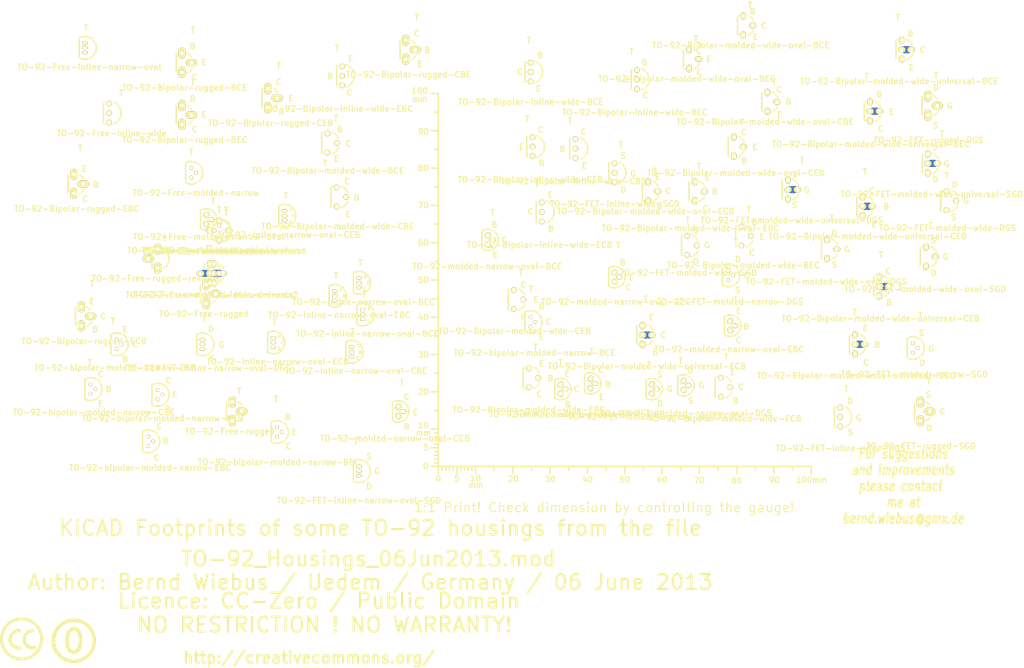
<source format=kicad_pcb>
(kicad_pcb (version 3) (host pcbnew "(2013-03-30 BZR 4007)-stable")
  (layers (15 Vorderseite signal) (0 Rückseite signal) (18 B.Paste user) (19 F.Paste user) (20 B.SilkS user) (21 F.SilkS user) (22 B.Mask user) (23 F.Mask user) (28 Edge.Cuts user))
  (net 0 "")
  (module Gauge_100mm_Type2_SilkScreenTop_RevA_Date22Jun2010 (layer Vorderseite) (at 132.75056 141.2494)
    (fp_text reference MSC hide)
    (fp_text value Gauge_100mm_Type2_SilkScreenTop_RevA_Date22Jun2010 hide)
    (fp_text user mm (at 9.99998 5.00126) (layer F.SilkS) (effects (font (size 1.524 1.524) (thickness 0.3048))))
    (fp_text user mm (at -4.0005 -8.99922) (layer F.SilkS) (effects (font (size 1.524 1.524) (thickness 0.3048))))
    (fp_text user mm (at -5.00126 -98.5012) (layer F.SilkS) (effects (font (size 1.524 1.524) (thickness 0.3048))))
    (fp_text user 10 (at 10.00506 3.0988) (layer F.SilkS) (effects (font (size 1.50114 1.50114) (thickness 0.29972))))
    (fp_text user 0 (at 0.00508 3.19786) (layer F.SilkS) (effects (font (size 1.39954 1.50114) (thickness 0.29972))))
    (fp_text user 5 (at 5.0038 3.29946) (layer F.SilkS) (effects (font (size 1.50114 1.50114) (thickness 0.29972))))
    (fp_text user 20 (at 20.1041 3.29946) (layer F.SilkS) (effects (font (size 1.50114 1.50114) (thickness 0.29972))))
    (fp_text user 30 (at 30.00502 3.39852) (layer F.SilkS) (effects (font (size 1.50114 1.50114) (thickness 0.29972))))
    (fp_text user 40 (at 40.005 3.50012) (layer F.SilkS) (effects (font (size 1.50114 1.50114) (thickness 0.29972))))
    (fp_text user 50 (at 50.00498 3.50012) (layer F.SilkS) (effects (font (size 1.50114 1.50114) (thickness 0.29972))))
    (fp_text user 60 (at 60.00496 3.50012) (layer F.SilkS) (effects (font (size 1.50114 1.50114) (thickness 0.29972))))
    (fp_text user 70 (at 70.00494 3.70078) (layer F.SilkS) (effects (font (size 1.50114 1.50114) (thickness 0.29972))))
    (fp_text user 80 (at 80.00492 3.79984) (layer F.SilkS) (effects (font (size 1.50114 1.50114) (thickness 0.29972))))
    (fp_text user 90 (at 90.1065 3.60172) (layer F.SilkS) (effects (font (size 1.50114 1.50114) (thickness 0.29972))))
    (fp_text user 100mm (at 100.10648 3.60172) (layer F.SilkS) (effects (font (size 1.50114 1.50114) (thickness 0.29972))))
    (fp_text user 100 (at -4.99872 -100.7491) (layer F.SilkS) (effects (font (size 1.50114 1.50114) (thickness 0.29972))))
    (fp_text user 90 (at -4.0005 -89.7509) (layer F.SilkS) (effects (font (size 1.50114 1.50114) (thickness 0.29972))))
    (fp_text user 80 (at -4.0005 -79.99984) (layer F.SilkS) (effects (font (size 1.50114 1.50114) (thickness 0.29972))))
    (fp_text user 70 (at -4.0005 -69.99986) (layer F.SilkS) (effects (font (size 1.50114 1.50114) (thickness 0.29972))))
    (fp_text user 60 (at -4.0005 -59.99988) (layer F.SilkS) (effects (font (size 1.50114 1.50114) (thickness 0.29972))))
    (fp_text user 50 (at -4.0005 -49.9999) (layer F.SilkS) (effects (font (size 1.50114 1.50114) (thickness 0.34036))))
    (fp_text user 40 (at -4.0005 -39.99992) (layer F.SilkS) (effects (font (size 1.50114 1.50114) (thickness 0.29972))))
    (fp_text user 30 (at -4.0005 -29.99994) (layer F.SilkS) (effects (font (size 1.50114 1.50114) (thickness 0.29972))))
    (fp_text user 20 (at -4.0005 -19.99996) (layer F.SilkS) (effects (font (size 1.50114 1.50114) (thickness 0.29972))))
    (fp_text user 5 (at -3.302 -5.10286) (layer F.SilkS) (effects (font (size 1.50114 1.50114) (thickness 0.29972))))
    (fp_text user 0 (at -3.4036 -0.10414) (layer F.SilkS) (effects (font (size 1.50114 1.50114) (thickness 0.29972))))
    (fp_text user 10 (at -4.0005 -11.00074) (layer F.SilkS) (effects (font (size 1.50114 1.50114) (thickness 0.29972))))
  )
  (module Symbol_CC-PublicDomain_SilkScreenTop_Big (layer Vorderseite) (at 35 188)
    (fp_text reference Sym hide)
    (fp_text value Symbol_CC-PublicDomain_SilkScreenTop_Big hide)
  )
  (module Symbol_CreativeCommons_SilkScreenTop_Type2_Big (layer Vorderseite) (at 21 187.5)
    (fp_text reference Sym hide)
    (fp_text value Symbol_CreativeCommons_Typ2_SilkScreenTop_Big hide)
  )
  (module TO-92-Free-inline-narrow-oval (layer Vorderseite) (at 38 29)
    (fp_text reference T (at 0.3175 -5.334) (layer F.SilkS) (effects (font (size 1.524 1.524) (thickness 0.3048))))
    (fp_text value TO-92-Free-inline-narrow-oval (at 1.2065 5.1435) (layer F.SilkS) (effects (font (size 1.524 1.524) (thickness 0.3048))))
    (pad 2 thru_hole oval (at 0 0 90) (size 0.89916 1.50114) (drill 0.59944) (layers *.Cu *.Mask F.SilkS))
    (pad 3 thru_hole oval (at 0 1.27 90) (size 0.89916 1.50114) (drill 0.59944) (layers *.Cu *.Mask F.SilkS))
    (pad 1 thru_hole oval (at 0 -1.27 90) (size 0.89916 1.50114) (drill 0.59944) (layers *.Cu *.Mask F.SilkS))
  )
  (module TO-92-Free-inline-wide (layer Vorderseite) (at 44.5 46.5)
    (fp_text reference T (at 3.2385 -5.3975) (layer F.SilkS) (effects (font (size 1.524 1.524) (thickness 0.3048))))
    (fp_text value TO-92-Free-inline-wide (at 0.635 5.3975) (layer F.SilkS) (effects (font (size 1.524 1.524) (thickness 0.3048))))
    (pad 2 thru_hole circle (at 0 0) (size 1.524 1.524) (drill 0.8128) (layers *.Cu *.Mask F.SilkS))
    (pad 3 thru_hole circle (at 0 2.54) (size 1.524 1.524) (drill 0.8128) (layers *.Cu *.Mask F.SilkS))
    (pad 1 thru_hole circle (at 0 -2.54) (size 1.524 1.524) (drill 0.8128) (layers *.Cu *.Mask F.SilkS))
  )
  (module TO-92-Free-molded-narrow (layer Vorderseite) (at 66.5 62.5)
    (fp_text reference T (at 0 -5.5245) (layer F.SilkS) (effects (font (size 1.524 1.524) (thickness 0.3048))))
    (fp_text value TO-92-Free-molded-narrow (at 1.2065 5.3975) (layer F.SilkS) (effects (font (size 1.524 1.524) (thickness 0.3048))))
    (pad 2 thru_hole circle (at 1.27 0) (size 1.00076 1.00076) (drill 0.59944) (layers *.Cu *.Mask F.SilkS))
    (pad 3 thru_hole circle (at 0 1.27) (size 1.00076 1.00076) (drill 0.59944) (layers *.Cu *.Mask F.SilkS))
    (pad 1 thru_hole circle (at 0 -1.27) (size 1.00076 1.00076) (drill 0.59944) (layers *.Cu *.Mask F.SilkS))
  )
  (module TO-92-Free-molded-narrow-oval (layer Vorderseite) (at 70.5 75)
    (fp_text reference T (at 1.8415 -4.826) (layer F.SilkS) (effects (font (size 1.524 1.524) (thickness 0.3048))))
    (fp_text value TO-92-Free-molded-narrow-oval (at 0.6985 4.6355) (layer F.SilkS) (effects (font (size 1.524 1.524) (thickness 0.3048))))
    (pad 2 thru_hole oval (at 1.27 0) (size 1.80086 1.30048) (drill 0.8001) (layers *.Cu *.Mask F.SilkS))
    (pad 1 thru_hole oval (at 0 -1.27 315) (size 1.30048 1.80086) (drill 0.8001) (layers *.Cu *.Mask F.SilkS))
    (pad 3 thru_hole oval (at 0 1.27 315) (size 1.80086 1.30048) (drill 0.8001) (layers *.Cu *.Mask F.SilkS))
  )
  (module TO-92-Free-molded-narrow-reverse (layer Vorderseite) (at 74 78)
    (fp_text reference T (at 0 -5.5245) (layer F.SilkS) (effects (font (size 1.524 1.524) (thickness 0.3048))))
    (fp_text value TO-92-Free-molded-narrow-reverse (at 1.2065 5.3975) (layer F.SilkS) (effects (font (size 1.524 1.524) (thickness 0.3048))))
    (pad 2 thru_hole circle (at -1.27 0) (size 1.00076 1.00076) (drill 0.59944) (layers *.Cu *.Mask F.SilkS))
    (pad 3 thru_hole circle (at 0 1.27) (size 1.00076 1.00076) (drill 0.59944) (layers *.Cu *.Mask F.SilkS))
    (pad 1 thru_hole circle (at 0 -1.27) (size 1.00076 1.00076) (drill 0.59944) (layers *.Cu *.Mask F.SilkS))
  )
  (module TO-92-Free-molded-wide (layer Vorderseite) (at 74 78)
    (fp_text reference T (at 1.8415 -4.699) (layer F.SilkS) (effects (font (size 1.524 1.524) (thickness 0.3048))))
    (fp_text value TO-92-Free-molded-wide (at 0.127 5.588) (layer F.SilkS) (effects (font (size 1.524 1.524) (thickness 0.3048))))
    (pad 2 thru_hole circle (at 2.54 0) (size 1.524 1.524) (drill 0.8128) (layers *.Cu *.Mask F.SilkS))
    (pad 3 thru_hole circle (at 0 2.54) (size 1.524 1.524) (drill 0.8128) (layers *.Cu *.Mask F.SilkS))
    (pad 1 thru_hole circle (at 0 -2.54) (size 1.524 1.524) (drill 0.8128) (layers *.Cu *.Mask F.SilkS))
  )
  (module TO-92-Free-molded-wide-oval (layer Vorderseite) (at 74 78)
    (fp_text reference T (at 1.8415 -5.3975) (layer F.SilkS) (effects (font (size 1.524 1.524) (thickness 0.3048))))
    (fp_text value TO-92-Free-molded-wide-oval (at -0.635 5.334) (layer F.SilkS) (effects (font (size 1.524 1.524) (thickness 0.3048))))
    (pad 2 thru_hole oval (at 2.54 0) (size 1.99898 1.50114) (drill 0.8001) (layers *.Cu *.Mask F.SilkS))
    (pad 1 thru_hole oval (at 0 -2.54) (size 1.50114 1.99898) (drill 0.8001) (layers *.Cu *.Mask F.SilkS))
    (pad 3 thru_hole oval (at 0 2.54) (size 1.50114 1.99898) (drill 0.8001) (layers *.Cu *.Mask F.SilkS))
  )
  (module TO-92-Free-molded-wide-oval-reverse (layer Vorderseite) (at 74 78)
    (fp_text reference T (at 1.8415 -5.3975) (layer F.SilkS) (effects (font (size 1.524 1.524) (thickness 0.3048))))
    (fp_text value TO-92-Free-molded-wide-oval-reverse (at -0.635 5.334) (layer F.SilkS) (effects (font (size 1.524 1.524) (thickness 0.3048))))
    (pad 2 thru_hole oval (at -2.54 0) (size 1.99898 1.50114) (drill 0.8001) (layers *.Cu *.Mask F.SilkS))
    (pad 1 thru_hole oval (at 0 -2.54) (size 1.50114 1.99898) (drill 0.8001) (layers *.Cu *.Mask F.SilkS))
    (pad 3 thru_hole oval (at 0 2.54) (size 1.50114 1.99898) (drill 0.8001) (layers *.Cu *.Mask F.SilkS))
  )
  (module TO-92-Free-molded-wide-reverse (layer Vorderseite) (at 74 78)
    (fp_text reference T (at 1.8415 -4.699) (layer F.SilkS) (effects (font (size 1.524 1.524) (thickness 0.3048))))
    (fp_text value TO-92-Free-molded-wide-reverse (at 0.127 5.588) (layer F.SilkS) (effects (font (size 1.524 1.524) (thickness 0.3048))))
    (pad 2 thru_hole circle (at -2.54 0) (size 1.524 1.524) (drill 0.8128) (layers *.Cu *.Mask F.SilkS))
    (pad 3 thru_hole circle (at 0 2.54) (size 1.524 1.524) (drill 0.8128) (layers *.Cu *.Mask F.SilkS))
    (pad 1 thru_hole circle (at 0 -2.54) (size 1.524 1.524) (drill 0.8128) (layers *.Cu *.Mask F.SilkS))
  )
  (module TO-92-Free-molded-wide-universal (layer Vorderseite) (at 72.5 89.5)
    (fp_text reference T (at -0.635 -6.604) (layer F.SilkS) (effects (font (size 1.524 1.524) (thickness 0.3048))))
    (fp_text value TO-92-Free-molded-wide-universal (at 0.508 5.715) (layer F.SilkS) (effects (font (size 1.524 1.524) (thickness 0.3048))))
    (fp_line (start 0.889 0) (end 1.524 0) (layer Vorderseite) (width 0.762))
    (fp_line (start 0.635 0.5715) (end 1.905 0.5715) (layer Vorderseite) (width 0.762))
    (fp_line (start 0.635 -0.5715) (end 1.905 -0.5715) (layer Vorderseite) (width 0.762))
    (fp_line (start 0.889 0) (end 1.524 0) (layer Rückseite) (width 0.762))
    (fp_line (start 0.635 -0.5715) (end 1.905 -0.5715) (layer Rückseite) (width 0.762))
    (fp_line (start 0.635 0.5715) (end 1.905 0.5715) (layer Rückseite) (width 0.762))
    (pad 2 thru_hole oval (at 2.54 0) (size 1.99898 1.50114) (drill 0.8001) (layers *.Cu *.Mask F.Paste F.SilkS))
    (pad 1 thru_hole oval (at 0 -2.54) (size 1.50114 1.99898) (drill 0.8001) (layers *.Cu *.Mask F.SilkS))
    (pad 3 thru_hole oval (at 0 2.54) (size 1.50114 1.99898) (drill 0.8001) (layers *.Cu *.Mask F.SilkS))
    (pad 2 thru_hole oval (at 0 0 90) (size 1.50114 1.99898) (drill 0.8001) (layers *.Cu *.Mask F.SilkS))
  )
  (module TO-92-Free-molded-wide-universalx2 (layer Vorderseite) (at 71.5 89.5)
    (fp_text reference T (at -0.635 -6.604) (layer F.SilkS) (effects (font (size 1.524 1.524) (thickness 0.3048))))
    (fp_text value TO-92-Free-molded-wide-universalx2 (at 0.508 5.715) (layer F.SilkS) (effects (font (size 1.524 1.524) (thickness 0.3048))))
    (fp_line (start -1.9685 0.5715) (end -0.5715 0.5715) (layer Rückseite) (width 0.762))
    (fp_line (start -1.9685 0.5715) (end -0.5715 0.5715) (layer Vorderseite) (width 0.762))
    (fp_line (start -1.9685 -0.5715) (end -0.5715 -0.5715) (layer Vorderseite) (width 0.762))
    (fp_line (start -1.9685 -0.5715) (end -0.5715 -0.5715) (layer Rückseite) (width 0.762))
    (fp_line (start -1.778 0) (end -0.8255 0) (layer Vorderseite) (width 0.762))
    (fp_line (start -1.778 0) (end -0.8255 0) (layer Rückseite) (width 0.762))
    (fp_line (start 0.889 0) (end 1.524 0) (layer Vorderseite) (width 0.762))
    (fp_line (start 0.635 0.5715) (end 1.905 0.5715) (layer Vorderseite) (width 0.762))
    (fp_line (start 0.635 -0.5715) (end 1.905 -0.5715) (layer Vorderseite) (width 0.762))
    (fp_line (start 0.889 0) (end 1.524 0) (layer Rückseite) (width 0.762))
    (fp_line (start 0.635 -0.5715) (end 1.905 -0.5715) (layer Rückseite) (width 0.762))
    (fp_line (start 0.635 0.5715) (end 1.905 0.5715) (layer Rückseite) (width 0.762))
    (pad 2 thru_hole oval (at 2.54 0) (size 1.99898 1.50114) (drill 0.8001) (layers *.Cu *.Mask F.SilkS))
    (pad 1 thru_hole oval (at 0 -2.54) (size 1.50114 1.99898) (drill 0.8001) (layers *.Cu *.Mask F.SilkS))
    (pad 3 thru_hole oval (at 0 2.54) (size 1.50114 1.99898) (drill 0.8001) (layers *.Cu *.Mask F.SilkS))
    (pad 2 thru_hole oval (at 0 0 90) (size 1.50114 1.99898) (drill 0.8001) (layers *.Cu *.Mask F.SilkS))
    (pad 2 thru_hole oval (at -2.54 0) (size 1.99898 1.50114) (drill 0.8001) (layers *.Cu *.Mask F.SilkS))
  )
  (module TO-92-Free-rugged (layer Vorderseite) (at 70.5 95)
    (fp_text reference T (at 1.8415 -5.3975) (layer F.SilkS) (effects (font (size 1.524 1.524) (thickness 0.3048))))
    (fp_text value TO-92-Free-rugged (at -0.635 5.334) (layer F.SilkS) (effects (font (size 1.524 1.524) (thickness 0.3048))))
    (pad 2 thru_hole oval (at 2.54 0) (size 2.99974 1.99898) (drill 1.00076) (layers *.Cu *.Mask F.SilkS))
    (pad 1 thru_hole oval (at 0 -2.54) (size 1.99898 2.99974) (drill 1.00076) (layers *.Cu *.Mask F.SilkS))
    (pad 3 thru_hole oval (at 0 2.54) (size 1.99898 2.99974) (drill 1.00076) (layers *.Cu *.Mask F.SilkS))
  )
  (module TO-92-Free-rugged-reverse (layer Vorderseite) (at 57.5 85.5)
    (fp_text reference T (at 1.8415 -5.3975) (layer F.SilkS) (effects (font (size 1.524 1.524) (thickness 0.3048))))
    (fp_text value TO-92-Free-rugged-reverse (at -0.635 5.334) (layer F.SilkS) (effects (font (size 1.524 1.524) (thickness 0.3048))))
    (pad 2 thru_hole oval (at -2.54 0) (size 2.99974 1.99898) (drill 1.00076) (layers *.Cu *.Mask F.SilkS))
    (pad 1 thru_hole oval (at 0 -2.54) (size 1.99898 2.99974) (drill 1.00076) (layers *.Cu *.Mask F.SilkS))
    (pad 3 thru_hole oval (at 0 2.54) (size 1.99898 2.99974) (drill 1.00076) (layers *.Cu *.Mask F.SilkS))
  )
  (module TO-92-inline-narrow-oval-BCE (layer Vorderseite) (at 112.5 100.5)
    (fp_text reference T (at 0.3175 -5.334) (layer F.SilkS) (effects (font (size 1.524 1.524) (thickness 0.3048))))
    (fp_text value TO-92-inline-narrow-oval-BCE (at 1.2065 5.1435) (layer F.SilkS) (effects (font (size 1.524 1.524) (thickness 0.3048))))
    (fp_text user E (at 1.5875 1.7145) (layer F.SilkS) (effects (font (size 0.8001 0.8001) (thickness 0.19812))))
    (fp_text user B (at 1.7145 -1.5875) (layer F.SilkS) (effects (font (size 0.8001 0.8001) (thickness 0.19812))))
    (fp_text user C (at 2.4765 0.0635) (layer F.SilkS) (effects (font (size 0.8001 0.8001) (thickness 0.19812))))
    (pad C thru_hole oval (at 0 0 90) (size 0.89916 1.50114) (drill 0.59944) (layers *.Cu *.Mask F.SilkS))
    (pad E thru_hole oval (at 0 1.27 90) (size 0.89916 1.50114) (drill 0.59944) (layers *.Cu *.Mask F.SilkS))
    (pad B thru_hole oval (at 0 -1.27 90) (size 0.89916 1.50114) (drill 0.59944) (layers *.Cu *.Mask F.SilkS))
  )
  (module TO-92-inline-narrow-oval-BEC (layer Vorderseite) (at 111.5 92)
    (fp_text reference T (at 0.3175 -5.334) (layer F.SilkS) (effects (font (size 1.524 1.524) (thickness 0.3048))))
    (fp_text value TO-92-inline-narrow-oval-BEC (at 1.2065 5.1435) (layer F.SilkS) (effects (font (size 1.524 1.524) (thickness 0.3048))))
    (fp_text user E (at 2.4765 0.127) (layer F.SilkS) (effects (font (size 0.8001 0.8001) (thickness 0.19812))))
    (fp_text user B (at 1.7145 -1.5875) (layer F.SilkS) (effects (font (size 0.8001 0.8001) (thickness 0.19812))))
    (fp_text user C (at 1.5875 1.7145) (layer F.SilkS) (effects (font (size 0.8001 0.8001) (thickness 0.19812))))
    (pad E thru_hole oval (at 0 0 90) (size 0.89916 1.50114) (drill 0.59944) (layers *.Cu *.Mask F.SilkS))
    (pad C thru_hole oval (at 0 1.27 90) (size 0.89916 1.50114) (drill 0.59944) (layers *.Cu *.Mask F.SilkS))
    (pad B thru_hole oval (at 0 -1.27 90) (size 0.89916 1.50114) (drill 0.59944) (layers *.Cu *.Mask F.SilkS))
  )
  (module TO-92-inline-narrow-oval-CBE (layer Vorderseite) (at 109.5 110.5)
    (fp_text reference T (at 0.3175 -5.334) (layer F.SilkS) (effects (font (size 1.524 1.524) (thickness 0.3048))))
    (fp_text value TO-92-inline-narrow-oval-CBE (at 1.2065 5.1435) (layer F.SilkS) (effects (font (size 1.524 1.524) (thickness 0.3048))))
    (fp_text user E (at 1.651 1.7145) (layer F.SilkS) (effects (font (size 0.8001 0.8001) (thickness 0.19812))))
    (fp_text user B (at 2.286 0.127) (layer F.SilkS) (effects (font (size 0.8001 0.8001) (thickness 0.19812))))
    (fp_text user C (at 1.8415 -1.5875) (layer F.SilkS) (effects (font (size 0.8001 0.8001) (thickness 0.19812))))
    (pad B thru_hole oval (at 0 0 90) (size 0.89916 1.50114) (drill 0.59944) (layers *.Cu *.Mask F.SilkS))
    (pad E thru_hole oval (at 0 1.27 90) (size 0.89916 1.50114) (drill 0.59944) (layers *.Cu *.Mask F.SilkS))
    (pad C thru_hole oval (at 0 -1.27 90) (size 0.89916 1.50114) (drill 0.59944) (layers *.Cu *.Mask F.SilkS))
  )
  (module TO-92-inline-narrow-oval-CEB (layer Vorderseite) (at 91.5 74)
    (fp_text reference T (at 0.3175 -5.334) (layer F.SilkS) (effects (font (size 1.524 1.524) (thickness 0.3048))))
    (fp_text value TO-92-inline-narrow-oval-CEB (at 1.2065 5.1435) (layer F.SilkS) (effects (font (size 1.524 1.524) (thickness 0.3048))))
    (fp_text user E (at 2.3495 0.0635) (layer F.SilkS) (effects (font (size 0.8001 0.8001) (thickness 0.19812))))
    (fp_text user B (at 1.5875 1.778) (layer F.SilkS) (effects (font (size 0.8001 0.8001) (thickness 0.19812))))
    (fp_text user C (at 1.8415 -1.5875) (layer F.SilkS) (effects (font (size 0.8001 0.8001) (thickness 0.19812))))
    (pad E thru_hole oval (at 0 0 90) (size 0.89916 1.50114) (drill 0.59944) (layers *.Cu *.Mask F.SilkS))
    (pad B thru_hole oval (at 0 1.27 90) (size 0.89916 1.50114) (drill 0.59944) (layers *.Cu *.Mask F.SilkS))
    (pad C thru_hole oval (at 0 -1.27 90) (size 0.89916 1.50114) (drill 0.59944) (layers *.Cu *.Mask F.SilkS))
  )
  (module TO-92-inline-narrow-oval-EBC (layer Vorderseite) (at 105 95.5)
    (fp_text reference T (at 0.3175 -5.334) (layer F.SilkS) (effects (font (size 1.524 1.524) (thickness 0.3048))))
    (fp_text value TO-92-inline-narrow-oval-EBC (at 1.2065 5.1435) (layer F.SilkS) (effects (font (size 1.524 1.524) (thickness 0.3048))))
    (fp_text user E (at 1.651 -1.651) (layer F.SilkS) (effects (font (size 0.8001 0.8001) (thickness 0.19812))))
    (fp_text user B (at 2.4765 0.0635) (layer F.SilkS) (effects (font (size 0.8001 0.8001) (thickness 0.19812))))
    (fp_text user C (at 1.5875 1.7145) (layer F.SilkS) (effects (font (size 0.8001 0.8001) (thickness 0.19812))))
    (pad B thru_hole oval (at 0 0 90) (size 0.89916 1.50114) (drill 0.59944) (layers *.Cu *.Mask F.SilkS))
    (pad C thru_hole oval (at 0 1.27 90) (size 0.89916 1.50114) (drill 0.59944) (layers *.Cu *.Mask F.SilkS))
    (pad E thru_hole oval (at 0 -1.27 90) (size 0.89916 1.50114) (drill 0.59944) (layers *.Cu *.Mask F.SilkS))
  )
  (module TO-92-inline-narrow-oval-ECB (layer Vorderseite) (at 88.5 108)
    (fp_text reference T (at 0.3175 -5.334) (layer F.SilkS) (effects (font (size 1.524 1.524) (thickness 0.3048))))
    (fp_text value TO-92-inline-narrow-oval-ECB (at 1.2065 5.1435) (layer F.SilkS) (effects (font (size 1.524 1.524) (thickness 0.3048))))
    (fp_text user E (at 1.651 -1.651) (layer F.SilkS) (effects (font (size 0.8001 0.8001) (thickness 0.19812))))
    (fp_text user B (at 1.5875 1.7145) (layer F.SilkS) (effects (font (size 0.8001 0.8001) (thickness 0.19812))))
    (fp_text user C (at 2.413 0.0635) (layer F.SilkS) (effects (font (size 0.8001 0.8001) (thickness 0.19812))))
    (pad C thru_hole oval (at 0 0 90) (size 0.89916 1.50114) (drill 0.59944) (layers *.Cu *.Mask F.SilkS))
    (pad B thru_hole oval (at 0 1.27 90) (size 0.89916 1.50114) (drill 0.59944) (layers *.Cu *.Mask F.SilkS))
    (pad E thru_hole oval (at 0 -1.27 90) (size 0.89916 1.50114) (drill 0.59944) (layers *.Cu *.Mask F.SilkS))
  )
  (module TO-92-Bipolar-inline-wide-BCE (layer Vorderseite) (at 157.5 35.5)
    (fp_text reference T (at -0.4445 -8.4836) (layer F.SilkS) (effects (font (size 1.524 1.524) (thickness 0.3048))))
    (fp_text value TO-92-Bipolar-inline-wide-BCE (at 0.0508 8.0137) (layer F.SilkS) (effects (font (size 1.524 1.524) (thickness 0.3048))))
    (fp_text user E (at 2.0701 4.4323) (layer F.SilkS) (effects (font (size 1.50114 1.50114) (thickness 0.29972))))
    (fp_text user B (at 2.5654 -4.5212) (layer F.SilkS) (effects (font (size 1.50114 1.50114) (thickness 0.29972))))
    (fp_text user C (at -2.8829 -0.0635) (layer F.SilkS) (effects (font (size 1.50114 1.50114) (thickness 0.29972))))
    (pad C thru_hole circle (at 0 0) (size 1.524 1.524) (drill 0.8128) (layers *.Cu *.Mask F.SilkS))
    (pad E thru_hole circle (at 0 2.54) (size 1.524 1.524) (drill 0.8128) (layers *.Cu *.Mask F.SilkS))
    (pad B thru_hole circle (at 0 -2.54) (size 1.524 1.524) (drill 0.8128) (layers *.Cu *.Mask F.SilkS))
  )
  (module TO-92-Bipolar-inline-wide-BEC (layer Vorderseite) (at 186 37.5)
    (fp_text reference T (at -1.4351 -7.4168) (layer F.SilkS) (effects (font (size 1.524 1.524) (thickness 0.3048))))
    (fp_text value TO-92-Bipolar-inline-wide-BEC (at -0.5588 8.8138) (layer F.SilkS) (effects (font (size 1.524 1.524) (thickness 0.3048))))
    (fp_text user E (at -2.6543 -0.0381) (layer F.SilkS) (effects (font (size 1.50114 1.50114) (thickness 0.29972))))
    (fp_text user B (at 2.032 -4.5593) (layer F.SilkS) (effects (font (size 1.50114 1.50114) (thickness 0.29972))))
    (fp_text user C (at 2.2606 4.2418) (layer F.SilkS) (effects (font (size 1.50114 1.50114) (thickness 0.29972))))
    (pad E thru_hole circle (at 0 0) (size 1.524 1.524) (drill 0.8128) (layers *.Cu *.Mask F.SilkS))
    (pad C thru_hole circle (at 0 2.54) (size 1.524 1.524) (drill 0.8128) (layers *.Cu *.Mask F.SilkS))
    (pad B thru_hole circle (at 0 -2.54) (size 1.524 1.524) (drill 0.8128) (layers *.Cu *.Mask F.SilkS))
  )
  (module TO-92-Bipolar-inline-wide-CBE (layer Vorderseite) (at 169.5 56)
    (fp_text reference T (at -1.4351 -7.4168) (layer F.SilkS) (effects (font (size 1.524 1.524) (thickness 0.3048))))
    (fp_text value TO-92-Bipolar-inline-wide-CBE (at -0.5588 8.8138) (layer F.SilkS) (effects (font (size 1.524 1.524) (thickness 0.3048))))
    (fp_text user E (at 2.413 4.6228) (layer F.SilkS) (effects (font (size 1.50114 1.50114) (thickness 0.29972))))
    (fp_text user B (at -3.4925 0.0508) (layer F.SilkS) (effects (font (size 1.50114 1.50114) (thickness 0.29972))))
    (fp_text user C (at 2.1463 -4.4831) (layer F.SilkS) (effects (font (size 1.50114 1.50114) (thickness 0.29972))))
    (pad B thru_hole circle (at 0 0) (size 1.524 1.524) (drill 0.8128) (layers *.Cu *.Mask F.SilkS))
    (pad E thru_hole circle (at 0 2.54) (size 1.524 1.524) (drill 0.8128) (layers *.Cu *.Mask F.SilkS))
    (pad C thru_hole circle (at 0 -2.54) (size 1.524 1.524) (drill 0.8128) (layers *.Cu *.Mask F.SilkS))
  )
  (module TO-92-Bipolar-inline-wide-CEB (layer Vorderseite) (at 158 55.5)
    (fp_text reference T (at -1.4351 -7.4168) (layer F.SilkS) (effects (font (size 1.524 1.524) (thickness 0.3048))))
    (fp_text value TO-92-Bipolar-inline-wide-CEB (at -0.5588 8.8138) (layer F.SilkS) (effects (font (size 1.524 1.524) (thickness 0.3048))))
    (fp_text user E (at -2.921 0.0889) (layer F.SilkS) (effects (font (size 1.50114 1.50114) (thickness 0.29972))))
    (fp_text user B (at 2.413 4.3942) (layer F.SilkS) (effects (font (size 1.50114 1.50114) (thickness 0.29972))))
    (fp_text user C (at 2.1463 -4.4831) (layer F.SilkS) (effects (font (size 1.50114 1.50114) (thickness 0.29972))))
    (pad E thru_hole circle (at 0 0) (size 1.524 1.524) (drill 0.8128) (layers *.Cu *.Mask F.SilkS))
    (pad B thru_hole circle (at 0 2.54) (size 1.524 1.524) (drill 0.8128) (layers *.Cu *.Mask F.SilkS))
    (pad C thru_hole circle (at 0 -2.54) (size 1.524 1.524) (drill 0.8128) (layers *.Cu *.Mask F.SilkS))
  )
  (module TO-92-Bipolar-inline-wide-EBC (layer Vorderseite) (at 107 36.5)
    (fp_text reference T (at -1.4351 -7.4168) (layer F.SilkS) (effects (font (size 1.524 1.524) (thickness 0.3048))))
    (fp_text value TO-92-Bipolar-inline-wide-EBC (at -0.5588 8.8138) (layer F.SilkS) (effects (font (size 1.524 1.524) (thickness 0.3048))))
    (fp_text user E (at 2.2606 -4.5593) (layer F.SilkS) (effects (font (size 1.50114 1.50114) (thickness 0.29972))))
    (fp_text user B (at -3.2639 0.127) (layer F.SilkS) (effects (font (size 1.50114 1.50114) (thickness 0.29972))))
    (fp_text user C (at 1.9177 4.5847) (layer F.SilkS) (effects (font (size 1.50114 1.50114) (thickness 0.29972))))
    (pad B thru_hole circle (at 0 0) (size 1.524 1.524) (drill 0.8128) (layers *.Cu *.Mask F.SilkS))
    (pad C thru_hole circle (at 0 2.54) (size 1.524 1.524) (drill 0.8128) (layers *.Cu *.Mask F.SilkS))
    (pad E thru_hole circle (at 0 -2.54) (size 1.524 1.524) (drill 0.8128) (layers *.Cu *.Mask F.SilkS))
  )
  (module TO-92-Bipolar-inline-wide-ECB (layer Vorderseite) (at 160.5 73)
    (fp_text reference T (at -1.4351 -7.4168) (layer F.SilkS) (effects (font (size 1.524 1.524) (thickness 0.3048))))
    (fp_text value TO-92-Bipolar-inline-wide-ECB (at -0.5588 8.8138) (layer F.SilkS) (effects (font (size 1.524 1.524) (thickness 0.3048))))
    (fp_text user E (at 2.2606 -4.5593) (layer F.SilkS) (effects (font (size 1.50114 1.50114) (thickness 0.29972))))
    (fp_text user B (at 2.413 4.4704) (layer F.SilkS) (effects (font (size 1.50114 1.50114) (thickness 0.29972))))
    (fp_text user C (at -3.0734 -0.0254) (layer F.SilkS) (effects (font (size 1.50114 1.50114) (thickness 0.29972))))
    (pad C thru_hole circle (at 0 0) (size 1.524 1.524) (drill 0.8128) (layers *.Cu *.Mask F.SilkS))
    (pad B thru_hole circle (at 0 2.54) (size 1.524 1.524) (drill 0.8128) (layers *.Cu *.Mask F.SilkS))
    (pad E thru_hole circle (at 0 -2.54) (size 1.524 1.524) (drill 0.8128) (layers *.Cu *.Mask F.SilkS))
  )
  (module TO-92-molded-narrow-oval-BCE (layer Vorderseite) (at 146 80.5)
    (fp_text reference T (at 1.27 -7.239) (layer F.SilkS) (effects (font (size 1.524 1.524) (thickness 0.3048))))
    (fp_text value TO-92-molded-narrow-oval-BCE (at -0.127 7.112) (layer F.SilkS) (effects (font (size 1.524 1.524) (thickness 0.3048))))
    (fp_text user E (at 2.032 4.064) (layer F.SilkS) (effects (font (size 1.50114 1.50114) (thickness 0.29972))))
    (fp_text user B (at 1.778 -4.064) (layer F.SilkS) (effects (font (size 1.50114 1.50114) (thickness 0.29972))))
    (fp_text user C (at 4.445 0) (layer F.SilkS) (effects (font (size 1.50114 1.50114) (thickness 0.29972))))
    (pad C thru_hole oval (at 1.27 0) (size 1.80086 1.30048) (drill 0.8001) (layers *.Cu *.Mask F.SilkS))
    (pad B thru_hole oval (at 0 -1.27 315) (size 1.30048 1.80086) (drill 0.8001) (layers *.Cu *.Mask F.SilkS))
    (pad E thru_hole oval (at 0 1.27 315) (size 1.80086 1.30048) (drill 0.8001) (layers *.Cu *.Mask F.SilkS))
  )
  (module TO-92-molded-narrow-oval-BEC (layer Vorderseite) (at 180 90.5)
    (fp_text reference T (at 1.016 -8.509) (layer F.SilkS) (effects (font (size 1.524 1.524) (thickness 0.3048))))
    (fp_text value TO-92-molded-narrow-oval-BEC (at 0.381 6.604) (layer F.SilkS) (effects (font (size 1.524 1.524) (thickness 0.3048))))
    (fp_text user E (at 4.572 0.127) (layer F.SilkS) (effects (font (size 1.50114 1.50114) (thickness 0.29972))))
    (fp_text user B (at 2.159 -3.937) (layer F.SilkS) (effects (font (size 1.50114 1.50114) (thickness 0.29972))))
    (fp_text user C (at 3.683 2.794) (layer F.SilkS) (effects (font (size 1.50114 1.50114) (thickness 0.29972))))
    (pad E thru_hole oval (at 1.27 0) (size 1.80086 1.30048) (drill 0.8001) (layers *.Cu *.Mask F.SilkS))
    (pad B thru_hole oval (at 0 -1.27 315) (size 1.30048 1.80086) (drill 0.8001) (layers *.Cu *.Mask F.SilkS))
    (pad C thru_hole oval (at 0 1.27 315) (size 1.80086 1.30048) (drill 0.8001) (layers *.Cu *.Mask F.SilkS))
  )
  (module TO-92-molded-narrow-oval-CBE (layer Vorderseite) (at 173.5 119)
    (fp_text reference T (at 0.381 -8.636) (layer F.SilkS) (effects (font (size 1.524 1.524) (thickness 0.3048))))
    (fp_text value TO-92-molded-narrow-oval-CBE (at -0.127 8.255) (layer F.SilkS) (effects (font (size 1.524 1.524) (thickness 0.3048))))
    (fp_text user E (at 3.048 3.683) (layer F.SilkS) (effects (font (size 1.50114 1.50114) (thickness 0.29972))))
    (fp_text user B (at 4.699 0.254) (layer F.SilkS) (effects (font (size 1.50114 1.50114) (thickness 0.29972))))
    (fp_text user C (at 2.921 -3.556) (layer F.SilkS) (effects (font (size 1.50114 1.50114) (thickness 0.29972))))
    (pad B thru_hole oval (at 1.27 0) (size 1.80086 1.30048) (drill 0.8001) (layers *.Cu *.Mask F.SilkS))
    (pad C thru_hole oval (at 0 -1.27 315) (size 1.30048 1.80086) (drill 0.8001) (layers *.Cu *.Mask F.SilkS))
    (pad E thru_hole oval (at 0 1.27 315) (size 1.80086 1.30048) (drill 0.8001) (layers *.Cu *.Mask F.SilkS))
  )
  (module TO-92-molded-narrow-oval-CEB (layer Vorderseite) (at 122 126.5)
    (fp_text reference T (at 0.889 -7.747) (layer F.SilkS) (effects (font (size 1.524 1.524) (thickness 0.3048))))
    (fp_text value TO-92-molded-narrow-oval-CEB (at -0.889 7.239) (layer F.SilkS) (effects (font (size 1.524 1.524) (thickness 0.3048))))
    (fp_text user E (at 4.572 0.254) (layer F.SilkS) (effects (font (size 1.50114 1.50114) (thickness 0.29972))))
    (fp_text user B (at 2.286 4.064) (layer F.SilkS) (effects (font (size 1.50114 1.50114) (thickness 0.29972))))
    (fp_text user C (at 2.159 -3.937) (layer F.SilkS) (effects (font (size 1.50114 1.50114) (thickness 0.29972))))
    (pad E thru_hole oval (at 1.27 0) (size 1.80086 1.30048) (drill 0.8001) (layers *.Cu *.Mask F.SilkS))
    (pad C thru_hole oval (at 0 -1.27 315) (size 1.30048 1.80086) (drill 0.8001) (layers *.Cu *.Mask F.SilkS))
    (pad B thru_hole oval (at 0 1.27 315) (size 1.80086 1.30048) (drill 0.8001) (layers *.Cu *.Mask F.SilkS))
  )
  (module TO-92-molded-narrow-oval-EBC (layer Vorderseite) (at 211 103.5)
    (fp_text reference T (at 1.397 -6.858) (layer F.SilkS) (effects (font (size 1.524 1.524) (thickness 0.3048))))
    (fp_text value TO-92-molded-narrow-oval-EBC (at -0.254 6.35) (layer F.SilkS) (effects (font (size 1.524 1.524) (thickness 0.3048))))
    (fp_text user E (at 2.286 -3.937) (layer F.SilkS) (effects (font (size 1.50114 1.50114) (thickness 0.29972))))
    (fp_text user B (at 4.318 0.254) (layer F.SilkS) (effects (font (size 1.50114 1.50114) (thickness 0.29972))))
    (fp_text user C (at 2.286 3.937) (layer F.SilkS) (effects (font (size 1.50114 1.50114) (thickness 0.29972))))
    (pad B thru_hole oval (at 1.27 0) (size 1.80086 1.30048) (drill 0.8001) (layers *.Cu *.Mask F.SilkS))
    (pad E thru_hole oval (at 0 -1.27 315) (size 1.30048 1.80086) (drill 0.8001) (layers *.Cu *.Mask F.SilkS))
    (pad C thru_hole oval (at 0 1.27 315) (size 1.80086 1.30048) (drill 0.8001) (layers *.Cu *.Mask F.SilkS))
  )
  (module TO-92-molded-narrow-oval-ECB (layer Vorderseite) (at 165.5 120.5)
    (fp_text reference T (at 0 -7.112) (layer F.SilkS) (effects (font (size 1.524 1.524) (thickness 0.3048))))
    (fp_text value TO-92-molded-narrow-oval-ECB (at 0.889 6.731) (layer F.SilkS) (effects (font (size 1.524 1.524) (thickness 0.3048))))
    (fp_text user E (at 1.778 -4.064) (layer F.SilkS) (effects (font (size 1.50114 1.50114) (thickness 0.29972))))
    (fp_text user B (at 1.905 4.064) (layer F.SilkS) (effects (font (size 1.50114 1.50114) (thickness 0.29972))))
    (fp_text user C (at 4.318 0) (layer F.SilkS) (effects (font (size 1.50114 1.50114) (thickness 0.29972))))
    (pad C thru_hole oval (at 1.27 0) (size 1.80086 1.30048) (drill 0.8001) (layers *.Cu *.Mask F.SilkS))
    (pad E thru_hole oval (at 0 -1.27 315) (size 1.30048 1.80086) (drill 0.8001) (layers *.Cu *.Mask F.SilkS))
    (pad B thru_hole oval (at 0 1.27 315) (size 1.80086 1.30048) (drill 0.8001) (layers *.Cu *.Mask F.SilkS))
  )
  (module TO-92-bipolar-molded-narrow-BCE (layer Vorderseite) (at 157.5 102.5)
    (fp_text reference T (at 0.0889 -8.7884) (layer F.SilkS) (effects (font (size 1.524 1.524) (thickness 0.3048))))
    (fp_text value TO-92-bipolar-molded-narrow-BCE (at 1.0414 8.2804) (layer F.SilkS) (effects (font (size 1.524 1.524) (thickness 0.3048))))
    (fp_text user E (at 2.9083 4.0513) (layer F.SilkS) (effects (font (size 1.50114 1.50114) (thickness 0.29972))))
    (fp_text user B (at 2.9464 -4.1402) (layer F.SilkS) (effects (font (size 1.50114 1.50114) (thickness 0.29972))))
    (fp_text user C (at 4.7752 0.0127) (layer F.SilkS) (effects (font (size 1.50114 1.50114) (thickness 0.29972))))
    (pad C thru_hole circle (at 1.27 0) (size 1.00076 1.00076) (drill 0.59944) (layers *.Cu *.Mask F.SilkS))
    (pad E thru_hole circle (at 0 1.27) (size 1.00076 1.00076) (drill 0.59944) (layers *.Cu *.Mask F.SilkS))
    (pad B thru_hole circle (at 0 -1.27) (size 1.00076 1.00076) (drill 0.59944) (layers *.Cu *.Mask F.SilkS))
  )
  (module TO-92-bipolar-molded-narrow-BEC (layer Vorderseite) (at 89.5 132)
    (fp_text reference T (at -0.254 -8.7503) (layer F.SilkS) (effects (font (size 1.524 1.524) (thickness 0.3048))))
    (fp_text value TO-92-bipolar-molded-narrow-BEC (at 0.508 8.0899) (layer F.SilkS) (effects (font (size 1.524 1.524) (thickness 0.3048))))
    (fp_text user E (at 4.6609 0.0508) (layer F.SilkS) (effects (font (size 1.50114 1.50114) (thickness 0.29972))))
    (fp_text user B (at 2.8321 -4.064) (layer F.SilkS) (effects (font (size 1.50114 1.50114) (thickness 0.29972))))
    (fp_text user C (at 3.0226 3.8227) (layer F.SilkS) (effects (font (size 1.50114 1.50114) (thickness 0.29972))))
    (pad E thru_hole circle (at 1.27 0) (size 1.00076 1.00076) (drill 0.59944) (layers *.Cu *.Mask F.SilkS))
    (pad C thru_hole circle (at 0 1.27) (size 1.00076 1.00076) (drill 0.59944) (layers *.Cu *.Mask F.SilkS))
    (pad B thru_hole circle (at 0 -1.27) (size 1.00076 1.00076) (drill 0.59944) (layers *.Cu *.Mask F.SilkS))
  )
  (module TO-92-bipolar-molded-narrow-CBE (layer Vorderseite) (at 39.5 120.5)
    (fp_text reference T (at -0.1651 -7.0485) (layer F.SilkS) (effects (font (size 1.524 1.524) (thickness 0.3048))))
    (fp_text value TO-92-bipolar-molded-narrow-CBE (at 0.8763 6.2103) (layer F.SilkS) (effects (font (size 1.524 1.524) (thickness 0.3048))))
    (fp_text user E (at 2.7051 4.0005) (layer F.SilkS) (effects (font (size 1.50114 1.50114) (thickness 0.29972))))
    (fp_text user B (at 4.7879 0.0381) (layer F.SilkS) (effects (font (size 1.50114 1.50114) (thickness 0.29972))))
    (fp_text user C (at 2.7305 -4.0005) (layer F.SilkS) (effects (font (size 1.50114 1.50114) (thickness 0.29972))))
    (pad B thru_hole circle (at 1.27 0) (size 1.00076 1.00076) (drill 0.59944) (layers *.Cu *.Mask F.SilkS))
    (pad E thru_hole circle (at 0 1.27) (size 1.00076 1.00076) (drill 0.59944) (layers *.Cu *.Mask F.SilkS))
    (pad C thru_hole circle (at 0 -1.27) (size 1.00076 1.00076) (drill 0.59944) (layers *.Cu *.Mask F.SilkS))
  )
  (module TO-92-bipolar-molded-narrow-CEB (layer Vorderseite) (at 57.5 122)
    (fp_text reference T (at 0.1143 -6.9215) (layer F.SilkS) (effects (font (size 1.524 1.524) (thickness 0.3048))))
    (fp_text value TO-92-bipolar-molded-narrow-CEB (at 1.3081 6.3373) (layer F.SilkS) (effects (font (size 1.524 1.524) (thickness 0.3048))))
    (fp_text user E (at 4.5847 0.0889) (layer F.SilkS) (effects (font (size 1.50114 1.50114) (thickness 0.29972))))
    (fp_text user B (at 2.6289 3.9497) (layer F.SilkS) (effects (font (size 1.50114 1.50114) (thickness 0.29972))))
    (fp_text user C (at 2.9083 -3.7465) (layer F.SilkS) (effects (font (size 1.50114 1.50114) (thickness 0.29972))))
    (pad E thru_hole circle (at 1.27 0) (size 1.00076 1.00076) (drill 0.59944) (layers *.Cu *.Mask F.SilkS))
    (pad B thru_hole circle (at 0 1.27) (size 1.00076 1.00076) (drill 0.59944) (layers *.Cu *.Mask F.SilkS))
    (pad C thru_hole circle (at 0 -1.27) (size 1.00076 1.00076) (drill 0.59944) (layers *.Cu *.Mask F.SilkS))
  )
  (module TO-92-bipolar-molded-narrow-EBC (layer Vorderseite) (at 55 134.5)
    (fp_text reference T (at -0.3302 -7.0739) (layer F.SilkS) (effects (font (size 1.524 1.524) (thickness 0.3048))))
    (fp_text value TO-92-bipolar-molded-narrow-EBC (at 0.4699 7.0993) (layer F.SilkS) (effects (font (size 1.524 1.524) (thickness 0.3048))))
    (fp_text user E (at 2.9083 -3.9878) (layer F.SilkS) (effects (font (size 1.50114 1.50114) (thickness 0.29972))))
    (fp_text user B (at 4.6228 -0.1778) (layer F.SilkS) (effects (font (size 1.50114 1.50114) (thickness 0.29972))))
    (fp_text user C (at 2.1844 4.4323) (layer F.SilkS) (effects (font (size 1.50114 1.50114) (thickness 0.29972))))
    (pad B thru_hole circle (at 1.27 0) (size 1.00076 1.00076) (drill 0.59944) (layers *.Cu *.Mask F.SilkS))
    (pad C thru_hole circle (at 0 1.27) (size 1.00076 1.00076) (drill 0.59944) (layers *.Cu *.Mask F.SilkS))
    (pad E thru_hole circle (at 0 -1.27) (size 1.00076 1.00076) (drill 0.59944) (layers *.Cu *.Mask F.SilkS))
  )
  (module TO-92-bipolar-molded-narrow-ECB (layer Vorderseite) (at 46.5 108.5)
    (fp_text reference T (at -0.9779 -6.2103) (layer F.SilkS) (effects (font (size 1.524 1.524) (thickness 0.3048))))
    (fp_text value TO-92-bipolar-molded-narrow-ECB (at -0.3937 6.2611) (layer F.SilkS) (effects (font (size 1.524 1.524) (thickness 0.3048))))
    (fp_text user E (at 2.2098 -4.0259) (layer F.SilkS) (effects (font (size 1.50114 1.50114) (thickness 0.29972))))
    (fp_text user B (at 2.3114 3.937) (layer F.SilkS) (effects (font (size 1.50114 1.50114) (thickness 0.29972))))
    (fp_text user C (at 5.0038 0.0508) (layer F.SilkS) (effects (font (size 1.50114 1.50114) (thickness 0.29972))))
    (pad C thru_hole circle (at 1.27 0) (size 1.00076 1.00076) (drill 0.59944) (layers *.Cu *.Mask F.SilkS))
    (pad B thru_hole circle (at 0 1.27) (size 1.00076 1.00076) (drill 0.59944) (layers *.Cu *.Mask F.SilkS))
    (pad E thru_hole circle (at 0 -1.27) (size 1.00076 1.00076) (drill 0.59944) (layers *.Cu *.Mask F.SilkS))
  )
  (module TO-92-Bipolar-molded-wide-oval-BCE (layer Vorderseite) (at 214.5 23)
    (fp_text reference T (at 1.8415 -5.3975) (layer F.SilkS) (effects (font (size 1.524 1.524) (thickness 0.3048))))
    (fp_text value TO-92-Bipolar-molded-wide-oval-BCE (at -0.635 5.334) (layer F.SilkS) (effects (font (size 1.524 1.524) (thickness 0.3048))))
    (fp_text user E (at 3.302 3.048) (layer F.SilkS) (effects (font (size 1.50114 1.50114) (thickness 0.29972))))
    (fp_text user B (at 2.54 -3.7465) (layer F.SilkS) (effects (font (size 1.50114 1.50114) (thickness 0.29972))))
    (fp_text user C (at 5.5245 0.0635) (layer F.SilkS) (effects (font (size 1.50114 1.50114) (thickness 0.29972))))
    (pad C thru_hole oval (at 2.54 0) (size 1.99898 1.50114) (drill 0.8001) (layers *.Cu *.Mask F.SilkS))
    (pad B thru_hole oval (at 0 -2.54) (size 1.50114 1.99898) (drill 0.8001) (layers *.Cu *.Mask F.SilkS))
    (pad E thru_hole oval (at 0 2.54) (size 1.50114 1.99898) (drill 0.8001) (layers *.Cu *.Mask F.SilkS))
  )
  (module TO-92-Bipolar-molded-wide-oval-BEC (layer Vorderseite) (at 200 32)
    (fp_text reference T (at 1.8415 -5.3975) (layer F.SilkS) (effects (font (size 1.524 1.524) (thickness 0.3048))))
    (fp_text value TO-92-Bipolar-molded-wide-oval-BEC (at -0.635 5.334) (layer F.SilkS) (effects (font (size 1.524 1.524) (thickness 0.3048))))
    (fp_text user E (at 5.2705 0) (layer F.SilkS) (effects (font (size 1.50114 1.50114) (thickness 0.29972))))
    (fp_text user B (at 2.667 -3.683) (layer F.SilkS) (effects (font (size 1.50114 1.50114) (thickness 0.29972))))
    (fp_text user C (at 2.7305 3.4925) (layer F.SilkS) (effects (font (size 1.50114 1.50114) (thickness 0.29972))))
    (pad E thru_hole oval (at 2.54 0) (size 1.99898 1.50114) (drill 0.8001) (layers *.Cu *.Mask F.SilkS))
    (pad B thru_hole oval (at 0 -2.54) (size 1.50114 1.99898) (drill 0.8001) (layers *.Cu *.Mask F.SilkS))
    (pad C thru_hole oval (at 0 2.54) (size 1.50114 1.99898) (drill 0.8001) (layers *.Cu *.Mask F.SilkS))
  )
  (module TO-92-Bipolar-molded-wide-oval-CBE (layer Vorderseite) (at 221 43.5)
    (fp_text reference T (at 1.8415 -5.3975) (layer F.SilkS) (effects (font (size 1.524 1.524) (thickness 0.3048))))
    (fp_text value TO-92-Bipolar-molded-wide-oval-CBE (at -0.635 5.334) (layer F.SilkS) (effects (font (size 1.524 1.524) (thickness 0.3048))))
    (fp_text user E (at 3.302 3.4925) (layer F.SilkS) (effects (font (size 1.50114 1.50114) (thickness 0.29972))))
    (fp_text user B (at 5.6515 0) (layer F.SilkS) (effects (font (size 1.50114 1.50114) (thickness 0.29972))))
    (fp_text user C (at 3.1115 -3.302) (layer F.SilkS) (effects (font (size 1.50114 1.50114) (thickness 0.29972))))
    (pad B thru_hole oval (at 2.54 0) (size 1.99898 1.50114) (drill 0.8001) (layers *.Cu *.Mask F.SilkS))
    (pad C thru_hole oval (at 0 -2.54) (size 1.50114 1.99898) (drill 0.8001) (layers *.Cu *.Mask F.SilkS))
    (pad E thru_hole oval (at 0 2.54) (size 1.50114 1.99898) (drill 0.8001) (layers *.Cu *.Mask F.SilkS))
  )
  (module TO-92-Bipolar-molded-wide-oval-CEB (layer Vorderseite) (at 212 55.5)
    (fp_text reference T (at 2.159 -6.477) (layer F.SilkS) (effects (font (size 1.524 1.524) (thickness 0.3048))))
    (fp_text value TO-92-Bipolar-molded-wide-oval-CEB (at 0.508 7.0485) (layer F.SilkS) (effects (font (size 1.524 1.524) (thickness 0.3048))))
    (fp_text user E (at 5.6515 0.127) (layer F.SilkS) (effects (font (size 1.50114 1.50114) (thickness 0.29972))))
    (fp_text user B (at 2.794 3.683) (layer F.SilkS) (effects (font (size 1.50114 1.50114) (thickness 0.29972))))
    (fp_text user C (at 2.667 -3.81) (layer F.SilkS) (effects (font (size 1.50114 1.50114) (thickness 0.29972))))
    (pad E thru_hole oval (at 2.54 0) (size 1.99898 1.50114) (drill 0.8001) (layers *.Cu *.Mask F.SilkS))
    (pad C thru_hole oval (at 0 -2.54) (size 1.50114 1.99898) (drill 0.8001) (layers *.Cu *.Mask F.SilkS))
    (pad B thru_hole oval (at 0 2.54) (size 1.50114 1.99898) (drill 0.8001) (layers *.Cu *.Mask F.SilkS))
  )
  (module TO-92-Bipolar-molded-wide-oval-EBC (layer Vorderseite) (at 201.5 67.5)
    (fp_text reference T (at 1.2065 -6.6675) (layer F.SilkS) (effects (font (size 1.524 1.524) (thickness 0.3048))))
    (fp_text value TO-92-Bipolar-molded-wide-oval-EBC (at -1.143 9.8425) (layer F.SilkS) (effects (font (size 1.524 1.524) (thickness 0.3048))))
    (fp_text user E (at 3.302 -3.7465) (layer F.SilkS) (effects (font (size 1.50114 1.50114) (thickness 0.29972))))
    (fp_text user B (at 5.3975 0.0635) (layer F.SilkS) (effects (font (size 1.50114 1.50114) (thickness 0.29972))))
    (fp_text user C (at 2.8575 4.572) (layer F.SilkS) (effects (font (size 1.50114 1.50114) (thickness 0.29972))))
    (pad B thru_hole oval (at 2.54 0) (size 1.99898 1.50114) (drill 0.8001) (layers *.Cu *.Mask F.SilkS))
    (pad E thru_hole oval (at 0 -2.54) (size 1.50114 1.99898) (drill 0.8001) (layers *.Cu *.Mask F.SilkS))
    (pad C thru_hole oval (at 0 2.54) (size 1.50114 1.99898) (drill 0.8001) (layers *.Cu *.Mask F.SilkS))
  )
  (module TO-92-Bipolar-molded-wide-oval-ECB (layer Vorderseite) (at 189 67.5)
    (fp_text reference T (at 1.8415 -5.3975) (layer F.SilkS) (effects (font (size 1.524 1.524) (thickness 0.3048))))
    (fp_text value TO-92-Bipolar-molded-wide-oval-ECB (at -0.635 5.334) (layer F.SilkS) (effects (font (size 1.524 1.524) (thickness 0.3048))))
    (fp_text user E (at 2.54 -3.937) (layer F.SilkS) (effects (font (size 1.50114 1.50114) (thickness 0.29972))))
    (fp_text user B (at 3.048 3.81) (layer F.SilkS) (effects (font (size 1.50114 1.50114) (thickness 0.29972))))
    (fp_text user C (at 5.334 -0.0635) (layer F.SilkS) (effects (font (size 1.50114 1.50114) (thickness 0.29972))))
    (pad C thru_hole oval (at 2.54 0) (size 1.99898 1.50114) (drill 0.8001) (layers *.Cu *.Mask F.SilkS))
    (pad E thru_hole oval (at 0 -2.54) (size 1.50114 1.99898) (drill 0.8001) (layers *.Cu *.Mask F.SilkS))
    (pad B thru_hole oval (at 0 2.54) (size 1.50114 1.99898) (drill 0.8001) (layers *.Cu *.Mask F.SilkS))
  )
  (module TO-92-Bipolar-molded-wide-BCE (layer Vorderseite) (at 103 54.5)
    (fp_text reference T (at 2.286 -6.604) (layer F.SilkS) (effects (font (size 1.524 1.524) (thickness 0.3048))))
    (fp_text value TO-92-Bipolar-molded-wide-BCE (at 0.127 7.4295) (layer F.SilkS) (effects (font (size 1.524 1.524) (thickness 0.3048))))
    (fp_text user E (at 2.4765 4.2545) (layer F.SilkS) (effects (font (size 1.50114 1.50114) (thickness 0.29972))))
    (fp_text user B (at 3.3655 -3.6195) (layer F.SilkS) (effects (font (size 1.50114 1.50114) (thickness 0.29972))))
    (fp_text user C (at 5.588 0.1905) (layer F.SilkS) (effects (font (size 1.50114 1.50114) (thickness 0.29972))))
    (pad C thru_hole circle (at 2.54 0) (size 1.524 1.524) (drill 0.8128) (layers *.Cu *.Mask F.SilkS))
    (pad E thru_hole circle (at 0 2.54) (size 1.524 1.524) (drill 0.8128) (layers *.Cu *.Mask F.SilkS))
    (pad B thru_hole circle (at 0 -2.54) (size 1.524 1.524) (drill 0.8128) (layers *.Cu *.Mask F.SilkS))
  )
  (module TO-92-Bipolar-molded-wide-BEC (layer Vorderseite) (at 214 79.5)
    (fp_text reference T (at 1.9685 -7.0485) (layer F.SilkS) (effects (font (size 1.524 1.524) (thickness 0.3048))))
    (fp_text value TO-92-Bipolar-molded-wide-BEC (at 0.5715 7.8105) (layer F.SilkS) (effects (font (size 1.524 1.524) (thickness 0.3048))))
    (fp_text user E (at 5.5245 0.1905) (layer F.SilkS) (effects (font (size 1.50114 1.50114) (thickness 0.29972))))
    (fp_text user B (at 3.556 -3.7465) (layer F.SilkS) (effects (font (size 1.50114 1.50114) (thickness 0.29972))))
    (fp_text user C (at 2.8575 4.5085) (layer F.SilkS) (effects (font (size 1.50114 1.50114) (thickness 0.29972))))
    (pad E thru_hole circle (at 2.54 0) (size 1.524 1.524) (drill 0.8128) (layers *.Cu *.Mask F.SilkS))
    (pad C thru_hole circle (at 0 2.54) (size 1.524 1.524) (drill 0.8128) (layers *.Cu *.Mask F.SilkS))
    (pad B thru_hole circle (at 0 -2.54) (size 1.524 1.524) (drill 0.8128) (layers *.Cu *.Mask F.SilkS))
  )
  (module TO-92-Bipolar-molded-wide-CBE (layer Vorderseite) (at 105.5 69)
    (fp_text reference T (at -3.048 -9.017) (layer F.SilkS) (effects (font (size 1.524 1.524) (thickness 0.3048))))
    (fp_text value TO-92-Bipolar-molded-wide-CBE (at 0.254 7.874) (layer F.SilkS) (effects (font (size 1.524 1.524) (thickness 0.3048))))
    (fp_text user E (at 3.048 4.6355) (layer F.SilkS) (effects (font (size 1.50114 1.50114) (thickness 0.29972))))
    (fp_text user B (at 5.334 0.254) (layer F.SilkS) (effects (font (size 1.50114 1.50114) (thickness 0.29972))))
    (fp_text user C (at 2.794 -4.1275) (layer F.SilkS) (effects (font (size 1.50114 1.50114) (thickness 0.29972))))
    (pad B thru_hole circle (at 2.54 0) (size 1.524 1.524) (drill 0.8128) (layers *.Cu *.Mask F.SilkS))
    (pad E thru_hole circle (at 0 2.54) (size 1.524 1.524) (drill 0.8128) (layers *.Cu *.Mask F.SilkS))
    (pad C thru_hole circle (at 0 -2.54) (size 1.524 1.524) (drill 0.8128) (layers *.Cu *.Mask F.SilkS))
  )
  (module TO-92-Bipolar-molded-wide-CEB (layer Vorderseite) (at 153 96.5)
    (fp_text reference T (at 1.905 -7.3025) (layer F.SilkS) (effects (font (size 1.524 1.524) (thickness 0.3048))))
    (fp_text value TO-92-Bipolar-molded-wide-CEB (at 0.254 8.4455) (layer F.SilkS) (effects (font (size 1.524 1.524) (thickness 0.3048))))
    (fp_text user E (at 5.9055 0.0635) (layer F.SilkS) (effects (font (size 1.50114 1.50114) (thickness 0.29972))))
    (fp_text user B (at 2.667 4.7625) (layer F.SilkS) (effects (font (size 1.50114 1.50114) (thickness 0.29972))))
    (fp_text user C (at 2.54 -3.937) (layer F.SilkS) (effects (font (size 1.50114 1.50114) (thickness 0.29972))))
    (pad E thru_hole circle (at 2.54 0) (size 1.524 1.524) (drill 0.8128) (layers *.Cu *.Mask F.SilkS))
    (pad B thru_hole circle (at 0 2.54) (size 1.524 1.524) (drill 0.8128) (layers *.Cu *.Mask F.SilkS))
    (pad C thru_hole circle (at 0 -2.54) (size 1.524 1.524) (drill 0.8128) (layers *.Cu *.Mask F.SilkS))
  )
  (module TO-92-Bipolar-molded-wide-EBC (layer Vorderseite) (at 157 117.5)
    (fp_text reference T (at 1.778 -8.1915) (layer F.SilkS) (effects (font (size 1.524 1.524) (thickness 0.3048))))
    (fp_text value TO-92-Bipolar-molded-wide-EBC (at 0 8.509) (layer F.SilkS) (effects (font (size 1.524 1.524) (thickness 0.3048))))
    (fp_text user E (at 3.429 -3.81) (layer F.SilkS) (effects (font (size 1.50114 1.50114) (thickness 0.29972))))
    (fp_text user B (at 5.7785 0.127) (layer F.SilkS) (effects (font (size 1.50114 1.50114) (thickness 0.29972))))
    (fp_text user C (at 2.794 4.445) (layer F.SilkS) (effects (font (size 1.50114 1.50114) (thickness 0.29972))))
    (pad B thru_hole circle (at 2.54 0) (size 1.524 1.524) (drill 0.8128) (layers *.Cu *.Mask F.SilkS))
    (pad C thru_hole circle (at 0 2.54) (size 1.524 1.524) (drill 0.8128) (layers *.Cu *.Mask F.SilkS))
    (pad E thru_hole circle (at 0 -2.54) (size 1.524 1.524) (drill 0.8128) (layers *.Cu *.Mask F.SilkS))
  )
  (module TO-92-Bipolar-molded-wide-ECB (layer Vorderseite) (at 208.5 120)
    (fp_text reference T (at 1.524 -8.001) (layer F.SilkS) (effects (font (size 1.524 1.524) (thickness 0.3048))))
    (fp_text value TO-92-Bipolar-molded-wide-ECB (at 1.143 8.4455) (layer F.SilkS) (effects (font (size 1.524 1.524) (thickness 0.3048))))
    (fp_text user E (at 3.2385 -4.064) (layer F.SilkS) (effects (font (size 1.50114 1.50114) (thickness 0.29972))))
    (fp_text user B (at 3.937 3.683) (layer F.SilkS) (effects (font (size 1.50114 1.50114) (thickness 0.29972))))
    (fp_text user C (at 5.3975 -0.0635) (layer F.SilkS) (effects (font (size 1.50114 1.50114) (thickness 0.29972))))
    (pad C thru_hole circle (at 2.54 0) (size 1.524 1.524) (drill 0.8128) (layers *.Cu *.Mask F.SilkS))
    (pad B thru_hole circle (at 0 2.54) (size 1.524 1.524) (drill 0.8128) (layers *.Cu *.Mask F.SilkS))
    (pad E thru_hole circle (at 0 -2.54) (size 1.524 1.524) (drill 0.8128) (layers *.Cu *.Mask F.SilkS))
  )
  (module TO-92-Bipolar-molded-wide-universal-BCE (layer Vorderseite) (at 257 29.5)
    (fp_text reference T (at -1.0795 -8.636) (layer F.SilkS) (effects (font (size 1.524 1.524) (thickness 0.3048))))
    (fp_text value TO-92-Bipolar-molded-wide-universal-BCE (at -0.635 8.4455) (layer F.SilkS) (effects (font (size 1.524 1.524) (thickness 0.3048))))
    (fp_text user B (at 2.3495 -4.318) (layer F.SilkS) (effects (font (size 1.50114 1.50114) (thickness 0.29972))))
    (fp_text user E (at 2.667 4.7625) (layer F.SilkS) (effects (font (size 1.50114 1.50114) (thickness 0.29972))))
    (fp_text user C (at 5.5245 0.0635) (layer F.SilkS) (effects (font (size 1.50114 1.50114) (thickness 0.29972))))
    (fp_line (start 0.889 0) (end 1.524 0) (layer Vorderseite) (width 0.762))
    (fp_line (start 0.635 0.5715) (end 1.905 0.5715) (layer Vorderseite) (width 0.762))
    (fp_line (start 0.635 -0.5715) (end 1.905 -0.5715) (layer Vorderseite) (width 0.762))
    (fp_line (start 0.889 0) (end 1.524 0) (layer Rückseite) (width 0.762))
    (fp_line (start 0.635 -0.5715) (end 1.905 -0.5715) (layer Rückseite) (width 0.762))
    (fp_line (start 0.635 0.5715) (end 1.905 0.5715) (layer Rückseite) (width 0.762))
    (pad C thru_hole oval (at 2.54 0) (size 1.99898 1.50114) (drill 0.8001) (layers *.Cu *.Mask F.SilkS))
    (pad B thru_hole oval (at 0 -2.54) (size 1.50114 1.99898) (drill 0.8001) (layers *.Cu *.Mask F.SilkS))
    (pad E thru_hole oval (at 0 2.54) (size 1.50114 1.99898) (drill 0.8001) (layers *.Cu *.Mask F.SilkS))
    (pad C thru_hole oval (at 0 0 90) (size 1.50114 1.99898) (drill 0.8001) (layers *.Cu *.Mask F.SilkS))
  )
  (module TO-92-Bipolar-molded-wide-universal-BEC (layer Vorderseite) (at 248.5 46)
    (fp_text reference T (at -0.889 -9.3345) (layer F.SilkS) (effects (font (size 1.524 1.524) (thickness 0.3048))))
    (fp_text value TO-92-Bipolar-molded-wide-universal-BEC (at 0.254 8.8265) (layer F.SilkS) (effects (font (size 1.524 1.524) (thickness 0.3048))))
    (fp_text user B (at 2.54 -4.572) (layer F.SilkS) (effects (font (size 1.50114 1.50114) (thickness 0.29972))))
    (fp_text user E (at 5.7785 0.1905) (layer F.SilkS) (effects (font (size 1.50114 1.50114) (thickness 0.29972))))
    (fp_text user C (at 2.8575 4.699) (layer F.SilkS) (effects (font (size 1.50114 1.50114) (thickness 0.29972))))
    (fp_line (start 0.889 0) (end 1.524 0) (layer Vorderseite) (width 0.762))
    (fp_line (start 0.635 0.5715) (end 1.905 0.5715) (layer Vorderseite) (width 0.762))
    (fp_line (start 0.635 -0.5715) (end 1.905 -0.5715) (layer Vorderseite) (width 0.762))
    (fp_line (start 0.889 0) (end 1.524 0) (layer Rückseite) (width 0.762))
    (fp_line (start 0.635 -0.5715) (end 1.905 -0.5715) (layer Rückseite) (width 0.762))
    (fp_line (start 0.635 0.5715) (end 1.905 0.5715) (layer Rückseite) (width 0.762))
    (pad E thru_hole oval (at 2.54 0) (size 1.99898 1.50114) (drill 0.8001) (layers *.Cu *.Mask F.SilkS))
    (pad B thru_hole oval (at 0 -2.54) (size 1.50114 1.99898) (drill 0.8001) (layers *.Cu *.Mask F.SilkS))
    (pad C thru_hole oval (at 0 2.54) (size 1.50114 1.99898) (drill 0.8001) (layers *.Cu *.Mask F.SilkS))
    (pad E thru_hole oval (at 0 0 90) (size 1.50114 1.99898) (drill 0.8001) (layers *.Cu *.Mask F.SilkS))
  )
  (module TO-92-Bipolar-molded-wide-universal-CBE (layer Vorderseite) (at 246.5 71.5)
    (fp_text reference T (at 0.635 -9.271) (layer F.SilkS) (effects (font (size 1.524 1.524) (thickness 0.3048))))
    (fp_text value TO-92-Bipolar-molded-wide-universal-CEB (at 1.3335 8.0645) (layer F.SilkS) (effects (font (size 1.524 1.524) (thickness 0.3048))))
    (fp_text user B (at 6.35 0.127) (layer F.SilkS) (effects (font (size 1.50114 1.50114) (thickness 0.29972))))
    (fp_text user E (at 3.1115 4.826) (layer F.SilkS) (effects (font (size 1.50114 1.50114) (thickness 0.29972))))
    (fp_text user C (at 2.4765 -4.191) (layer F.SilkS) (effects (font (size 1.50114 1.50114) (thickness 0.29972))))
    (fp_line (start 0.889 0) (end 1.524 0) (layer Vorderseite) (width 0.762))
    (fp_line (start 0.635 0.5715) (end 1.905 0.5715) (layer Vorderseite) (width 0.762))
    (fp_line (start 0.635 -0.5715) (end 1.905 -0.5715) (layer Vorderseite) (width 0.762))
    (fp_line (start 0.889 0) (end 1.524 0) (layer Rückseite) (width 0.762))
    (fp_line (start 0.635 -0.5715) (end 1.905 -0.5715) (layer Rückseite) (width 0.762))
    (fp_line (start 0.635 0.5715) (end 1.905 0.5715) (layer Rückseite) (width 0.762))
    (pad B thru_hole oval (at 2.54 0) (size 1.99898 1.50114) (drill 0.8001) (layers *.Cu *.Mask F.SilkS))
    (pad C thru_hole oval (at 0 -2.54) (size 1.50114 1.99898) (drill 0.8001) (layers *.Cu *.Mask F.SilkS))
    (pad E thru_hole oval (at 0 2.54) (size 1.50114 1.99898) (drill 0.8001) (layers *.Cu *.Mask F.SilkS))
    (pad B thru_hole oval (at 0 0 90) (size 1.50114 1.99898) (drill 0.8001) (layers *.Cu *.Mask F.SilkS))
  )
  (module TO-92-Bipolar-molded-wide-universal-CEB (layer Vorderseite) (at 251 93)
    (fp_text reference T (at 0.4445 -8.4455) (layer F.SilkS) (effects (font (size 1.524 1.524) (thickness 0.3048))))
    (fp_text value TO-92-Bipolar-molded-wide-universal-CEB (at 0.3175 8.5725) (layer F.SilkS) (effects (font (size 1.524 1.524) (thickness 0.3048))))
    (fp_text user B (at 2.6035 4.318) (layer F.SilkS) (effects (font (size 1.50114 1.50114) (thickness 0.29972))))
    (fp_text user E (at 5.7785 0.127) (layer F.SilkS) (effects (font (size 1.50114 1.50114) (thickness 0.29972))))
    (fp_text user C (at 2.3495 -4.064) (layer F.SilkS) (effects (font (size 1.50114 1.50114) (thickness 0.29972))))
    (fp_line (start 0.889 0) (end 1.524 0) (layer Vorderseite) (width 0.762))
    (fp_line (start 0.635 0.5715) (end 1.905 0.5715) (layer Vorderseite) (width 0.762))
    (fp_line (start 0.635 -0.5715) (end 1.905 -0.5715) (layer Vorderseite) (width 0.762))
    (fp_line (start 0.889 0) (end 1.524 0) (layer Rückseite) (width 0.762))
    (fp_line (start 0.635 -0.5715) (end 1.905 -0.5715) (layer Rückseite) (width 0.762))
    (fp_line (start 0.635 0.5715) (end 1.905 0.5715) (layer Rückseite) (width 0.762))
    (pad E thru_hole oval (at 2.54 0) (size 1.99898 1.50114) (drill 0.8001) (layers *.Cu *.Mask F.SilkS))
    (pad C thru_hole oval (at 0 -2.54) (size 1.50114 1.99898) (drill 0.8001) (layers *.Cu *.Mask F.SilkS))
    (pad B thru_hole oval (at 0 2.54) (size 1.50114 1.99898) (drill 0.8001) (layers *.Cu *.Mask F.SilkS))
    (pad E thru_hole oval (at 0 0 90) (size 1.50114 1.99898) (drill 0.8001) (layers *.Cu *.Mask F.SilkS))
  )
  (module TO-92-Bipolar-molded-wide-universal-EBC (layer Vorderseite) (at 244.5 108.5)
    (fp_text reference T (at -0.127 -8.5725) (layer F.SilkS) (effects (font (size 1.524 1.524) (thickness 0.3048))))
    (fp_text value TO-92-Bipolar-molded-wide-universal-EBC (at 0.254 8.382) (layer F.SilkS) (effects (font (size 1.524 1.524) (thickness 0.3048))))
    (fp_text user B (at 5.9055 0.127) (layer F.SilkS) (effects (font (size 1.50114 1.50114) (thickness 0.29972))))
    (fp_text user E (at 2.7305 -4.318) (layer F.SilkS) (effects (font (size 1.50114 1.50114) (thickness 0.29972))))
    (fp_text user C (at 2.921 4.8895) (layer F.SilkS) (effects (font (size 1.50114 1.50114) (thickness 0.29972))))
    (fp_line (start 0.889 0) (end 1.524 0) (layer Vorderseite) (width 0.762))
    (fp_line (start 0.635 0.5715) (end 1.905 0.5715) (layer Vorderseite) (width 0.762))
    (fp_line (start 0.635 -0.5715) (end 1.905 -0.5715) (layer Vorderseite) (width 0.762))
    (fp_line (start 0.889 0) (end 1.524 0) (layer Rückseite) (width 0.762))
    (fp_line (start 0.635 -0.5715) (end 1.905 -0.5715) (layer Rückseite) (width 0.762))
    (fp_line (start 0.635 0.5715) (end 1.905 0.5715) (layer Rückseite) (width 0.762))
    (pad B thru_hole oval (at 2.54 0) (size 1.99898 1.50114) (drill 0.8001) (layers *.Cu *.Mask F.SilkS))
    (pad E thru_hole oval (at 0 -2.54) (size 1.50114 1.99898) (drill 0.8001) (layers *.Cu *.Mask F.SilkS))
    (pad C thru_hole oval (at 0 2.54) (size 1.50114 1.99898) (drill 0.8001) (layers *.Cu *.Mask F.SilkS))
    (pad B thru_hole oval (at 0 0 90) (size 1.50114 1.99898) (drill 0.8001) (layers *.Cu *.Mask F.SilkS))
  )
  (module TO-92-Bipolar-molded-wide-universal-ECB (layer Vorderseite) (at 187.5 106)
    (fp_text reference T (at 0.8255 -9.5885) (layer F.SilkS) (effects (font (size 1.524 1.524) (thickness 0.3048))))
    (fp_text value TO-92-Bipolar-molded-wide-universal-ECB (at 1.2065 8.382) (layer F.SilkS) (effects (font (size 1.524 1.524) (thickness 0.3048))))
    (fp_text user B (at 3.429 4.572) (layer F.SilkS) (effects (font (size 1.50114 1.50114) (thickness 0.29972))))
    (fp_text user E (at 2.413 -4.699) (layer F.SilkS) (effects (font (size 1.50114 1.50114) (thickness 0.29972))))
    (fp_text user C (at 5.461 0.0635) (layer F.SilkS) (effects (font (size 1.50114 1.50114) (thickness 0.29972))))
    (fp_line (start 0.889 0) (end 1.524 0) (layer Vorderseite) (width 0.762))
    (fp_line (start 0.635 0.5715) (end 1.905 0.5715) (layer Vorderseite) (width 0.762))
    (fp_line (start 0.635 -0.5715) (end 1.905 -0.5715) (layer Vorderseite) (width 0.762))
    (fp_line (start 0.889 0) (end 1.524 0) (layer Rückseite) (width 0.762))
    (fp_line (start 0.635 -0.5715) (end 1.905 -0.5715) (layer Rückseite) (width 0.762))
    (fp_line (start 0.635 0.5715) (end 1.905 0.5715) (layer Rückseite) (width 0.762))
    (pad C thru_hole oval (at 2.54 0) (size 1.99898 1.50114) (drill 0.8001) (layers *.Cu *.Mask F.SilkS))
    (pad E thru_hole oval (at 0 -2.54) (size 1.50114 1.99898) (drill 0.8001) (layers *.Cu *.Mask F.SilkS))
    (pad B thru_hole oval (at 0 2.54) (size 1.50114 1.99898) (drill 0.8001) (layers *.Cu *.Mask F.SilkS))
    (pad C thru_hole oval (at 0 0 90) (size 1.50114 1.99898) (drill 0.8001) (layers *.Cu *.Mask F.SilkS))
  )
  (module TO-92-Bipolar-rugged-BCE (layer Vorderseite) (at 64 33)
    (fp_text reference T (at 2.921 -8.6995) (layer F.SilkS) (effects (font (size 1.524 1.524) (thickness 0.3048))))
    (fp_text value TO-92-Bipolar-rugged-BCE (at 0.762 6.6675) (layer F.SilkS) (effects (font (size 1.524 1.524) (thickness 0.3048))))
    (fp_text user E (at 5.969 -0.0635) (layer F.SilkS) (effects (font (size 1.50114 1.50114) (thickness 0.29972))))
    (fp_text user B (at 2.8575 -4.3815) (layer F.SilkS) (effects (font (size 1.50114 1.50114) (thickness 0.29972))))
    (fp_text user C (at 3.429 3.8735) (layer F.SilkS) (effects (font (size 1.50114 1.50114) (thickness 0.29972))))
    (pad E thru_hole oval (at 2.54 0) (size 2.99974 1.99898) (drill 1.00076) (layers *.Cu *.Mask F.SilkS))
    (pad B thru_hole oval (at 0 -2.54) (size 1.99898 2.99974) (drill 1.00076) (layers *.Cu *.Mask F.SilkS))
    (pad C thru_hole oval (at 0 2.54) (size 1.99898 2.99974) (drill 1.00076) (layers *.Cu *.Mask F.SilkS))
  )
  (module TO-92-Bipolar-rugged-BEC (layer Vorderseite) (at 64 47)
    (fp_text reference T (at 2.921 -8.6995) (layer F.SilkS) (effects (font (size 1.524 1.524) (thickness 0.3048))))
    (fp_text value TO-92-Bipolar-rugged-BEC (at 0.762 6.6675) (layer F.SilkS) (effects (font (size 1.524 1.524) (thickness 0.3048))))
    (fp_text user E (at 5.969 -0.0635) (layer F.SilkS) (effects (font (size 1.50114 1.50114) (thickness 0.29972))))
    (fp_text user B (at 2.8575 -4.3815) (layer F.SilkS) (effects (font (size 1.50114 1.50114) (thickness 0.29972))))
    (fp_text user C (at 3.429 3.8735) (layer F.SilkS) (effects (font (size 1.50114 1.50114) (thickness 0.29972))))
    (pad E thru_hole oval (at 2.54 0) (size 2.99974 1.99898) (drill 1.00076) (layers *.Cu *.Mask F.SilkS))
    (pad B thru_hole oval (at 0 -2.54) (size 1.99898 2.99974) (drill 1.00076) (layers *.Cu *.Mask F.SilkS))
    (pad C thru_hole oval (at 0 2.54) (size 1.99898 2.99974) (drill 1.00076) (layers *.Cu *.Mask F.SilkS))
  )
  (module TO-92-Bipolar-rugged-CBE (layer Vorderseite) (at 124 29.5)
    (fp_text reference T (at 2.921 -8.6995) (layer F.SilkS) (effects (font (size 1.524 1.524) (thickness 0.3048))))
    (fp_text value TO-92-Bipolar-rugged-CBE (at 0.762 6.6675) (layer F.SilkS) (effects (font (size 1.524 1.524) (thickness 0.3048))))
    (fp_text user E (at 3.81 3.8735) (layer F.SilkS) (effects (font (size 1.50114 1.50114) (thickness 0.29972))))
    (fp_text user B (at 5.7785 0.127) (layer F.SilkS) (effects (font (size 1.50114 1.50114) (thickness 0.29972))))
    (fp_text user C (at 2.921 -4.318) (layer F.SilkS) (effects (font (size 1.50114 1.50114) (thickness 0.29972))))
    (pad B thru_hole oval (at 2.54 0) (size 2.99974 1.99898) (drill 1.00076) (layers *.Cu *.Mask F.SilkS))
    (pad C thru_hole oval (at 0 -2.54) (size 1.99898 2.99974) (drill 1.00076) (layers *.Cu *.Mask F.SilkS))
    (pad E thru_hole oval (at 0 2.54) (size 1.99898 2.99974) (drill 1.00076) (layers *.Cu *.Mask F.SilkS))
  )
  (module TO-92-Bipolar-rugged-CEB (layer Vorderseite) (at 87 42.5)
    (fp_text reference T (at 2.921 -8.6995) (layer F.SilkS) (effects (font (size 1.524 1.524) (thickness 0.3048))))
    (fp_text value TO-92-Bipolar-rugged-CEB (at 0.762 6.6675) (layer F.SilkS) (effects (font (size 1.524 1.524) (thickness 0.3048))))
    (fp_text user E (at 6.223 0.0635) (layer F.SilkS) (effects (font (size 1.50114 1.50114) (thickness 0.29972))))
    (fp_text user B (at 3.683 3.556) (layer F.SilkS) (effects (font (size 1.50114 1.50114) (thickness 0.29972))))
    (fp_text user C (at 2.921 -4.318) (layer F.SilkS) (effects (font (size 1.50114 1.50114) (thickness 0.29972))))
    (pad E thru_hole oval (at 2.54 0) (size 2.99974 1.99898) (drill 1.00076) (layers *.Cu *.Mask F.SilkS))
    (pad C thru_hole oval (at 0 -2.54) (size 1.99898 2.99974) (drill 1.00076) (layers *.Cu *.Mask F.SilkS))
    (pad B thru_hole oval (at 0 2.54) (size 1.99898 2.99974) (drill 1.00076) (layers *.Cu *.Mask F.SilkS))
  )
  (module TO-92-Bipolar-rugged-EBC (layer Vorderseite) (at 35 65.5)
    (fp_text reference T (at 1.7145 -9.652) (layer F.SilkS) (effects (font (size 1.524 1.524) (thickness 0.3048))))
    (fp_text value TO-92-Bipolar-rugged-EBC (at 0.762 6.6675) (layer F.SilkS) (effects (font (size 1.524 1.524) (thickness 0.3048))))
    (fp_text user E (at 2.8575 -4.0005) (layer F.SilkS) (effects (font (size 1.50114 1.50114) (thickness 0.29972))))
    (fp_text user B (at 5.9055 0.1905) (layer F.SilkS) (effects (font (size 1.50114 1.50114) (thickness 0.29972))))
    (fp_text user C (at 3.048 4.064) (layer F.SilkS) (effects (font (size 1.50114 1.50114) (thickness 0.29972))))
    (pad B thru_hole oval (at 2.54 0) (size 2.99974 1.99898) (drill 1.00076) (layers *.Cu *.Mask F.SilkS))
    (pad E thru_hole oval (at 0 -2.54) (size 1.99898 2.99974) (drill 1.00076) (layers *.Cu *.Mask F.SilkS))
    (pad C thru_hole oval (at 0 2.54) (size 1.99898 2.99974) (drill 1.00076) (layers *.Cu *.Mask F.SilkS))
  )
  (module TO-92-Bipolar-rugged-ECB (layer Vorderseite) (at 37 101)
    (fp_text reference T (at 2.921 -8.6995) (layer F.SilkS) (effects (font (size 1.524 1.524) (thickness 0.3048))))
    (fp_text value TO-92-Bipolar-rugged-ECB (at 0.762 6.6675) (layer F.SilkS) (effects (font (size 1.524 1.524) (thickness 0.3048))))
    (fp_text user E (at 2.8575 -4.0005) (layer F.SilkS) (effects (font (size 1.50114 1.50114) (thickness 0.29972))))
    (fp_text user B (at 3.683 3.556) (layer F.SilkS) (effects (font (size 1.50114 1.50114) (thickness 0.29972))))
    (fp_text user C (at 5.7785 0) (layer F.SilkS) (effects (font (size 1.50114 1.50114) (thickness 0.29972))))
    (pad C thru_hole oval (at 2.54 0) (size 2.99974 1.99898) (drill 1.00076) (layers *.Cu *.Mask F.SilkS))
    (pad E thru_hole oval (at 0 -2.54) (size 1.99898 2.99974) (drill 1.00076) (layers *.Cu *.Mask F.SilkS))
    (pad B thru_hole oval (at 0 2.54) (size 1.99898 2.99974) (drill 1.00076) (layers *.Cu *.Mask F.SilkS))
  )
  (module TO-92-Free-rugged (layer Vorderseite) (at 77.5 126.5)
    (fp_text reference T (at 1.8415 -5.3975) (layer F.SilkS) (effects (font (size 1.524 1.524) (thickness 0.3048))))
    (fp_text value TO-92-Free-rugged (at -0.635 5.334) (layer F.SilkS) (effects (font (size 1.524 1.524) (thickness 0.3048))))
    (pad 2 thru_hole oval (at 2.54 0) (size 2.99974 1.99898) (drill 1.00076) (layers *.Cu *.Mask F.SilkS))
    (pad 1 thru_hole oval (at 0 -2.54) (size 1.99898 2.99974) (drill 1.00076) (layers *.Cu *.Mask F.SilkS))
    (pad 3 thru_hole oval (at 0 2.54) (size 1.99898 2.99974) (drill 1.00076) (layers *.Cu *.Mask F.SilkS))
  )
  (module TO-92-FET-inline-narrow-oval-DGS (layer Vorderseite) (at 69.5 108.5)
    (fp_text reference T (at 0.508 -6.858) (layer F.SilkS) (effects (font (size 1.524 1.524) (thickness 0.3048))))
    (fp_text value TO-92-FET-inline-narrow-oval-DGS (at 1.651 6.35) (layer F.SilkS) (effects (font (size 1.524 1.524) (thickness 0.3048))))
    (fp_text user S (at 2.54 3.81) (layer F.SilkS) (effects (font (size 1.50114 1.50114) (thickness 0.29972))))
    (fp_text user G (at 5.08 0.127) (layer F.SilkS) (effects (font (size 1.50114 1.50114) (thickness 0.29972))))
    (fp_text user D (at 2.286 -4.064) (layer F.SilkS) (effects (font (size 1.50114 1.50114) (thickness 0.29972))))
    (pad G thru_hole oval (at 0 0 90) (size 0.89916 1.50114) (drill 0.59944) (layers *.Cu *.Mask F.SilkS))
    (pad S thru_hole oval (at 0 1.27 90) (size 0.89916 1.50114) (drill 0.59944) (layers *.Cu *.Mask F.SilkS))
    (pad D thru_hole oval (at 0 -1.27 90) (size 0.89916 1.50114) (drill 0.59944) (layers *.Cu *.Mask F.SilkS))
  )
  (module TO-92-FET-inline-narrow-oval-SGD (layer Vorderseite) (at 111.5 142.5)
    (fp_text reference T (at -0.889 -7.874) (layer F.SilkS) (effects (font (size 1.524 1.524) (thickness 0.3048))))
    (fp_text value TO-92-FET-inline-narrow-oval-SGD (at 0 7.874) (layer F.SilkS) (effects (font (size 1.524 1.524) (thickness 0.3048))))
    (fp_text user S (at 2.667 -3.937) (layer F.SilkS) (effects (font (size 1.50114 1.50114) (thickness 0.29972))))
    (fp_text user G (at 4.826 0) (layer F.SilkS) (effects (font (size 1.50114 1.50114) (thickness 0.29972))))
    (fp_text user D (at 2.667 4.064) (layer F.SilkS) (effects (font (size 1.50114 1.50114) (thickness 0.29972))))
    (pad G thru_hole oval (at 0 0 90) (size 0.89916 1.50114) (drill 0.59944) (layers *.Cu *.Mask F.SilkS))
    (pad D thru_hole oval (at 0 1.27 90) (size 0.89916 1.50114) (drill 0.59944) (layers *.Cu *.Mask F.SilkS))
    (pad S thru_hole oval (at 0 -1.27 90) (size 0.89916 1.50114) (drill 0.59944) (layers *.Cu *.Mask F.SilkS))
  )
  (module TO-92-FET-inline-wide-DGS (layer Vorderseite) (at 240.5 128)
    (fp_text reference T (at 1.651 -7.493) (layer F.SilkS) (effects (font (size 1.524 1.524) (thickness 0.3048))))
    (fp_text value TO-92-FET-inline-wide-DGS (at 0.0508 8.3566) (layer F.SilkS) (effects (font (size 1.524 1.524) (thickness 0.3048))))
    (fp_text user S (at 2.794 4.1275) (layer F.SilkS) (effects (font (size 1.50114 1.50114) (thickness 0.29972))))
    (fp_text user G (at 4.9276 0.2413) (layer F.SilkS) (effects (font (size 1.50114 1.50114) (thickness 0.29972))))
    (fp_text user D (at 2.6416 -4.2545) (layer F.SilkS) (effects (font (size 1.50114 1.50114) (thickness 0.29972))))
    (pad G thru_hole circle (at 0 0) (size 1.524 1.524) (drill 0.8128) (layers *.Cu *.Mask F.SilkS))
    (pad S thru_hole circle (at 0 2.54) (size 1.524 1.524) (drill 0.8128) (layers *.Cu *.Mask F.SilkS))
    (pad D thru_hole circle (at 0 -2.54) (size 1.524 1.524) (drill 0.8128) (layers *.Cu *.Mask F.SilkS))
  )
  (module TO-92-FET-inline-wide-SGD (layer Vorderseite) (at 180 62.5)
    (fp_text reference T (at 1.651 -7.493) (layer F.SilkS) (effects (font (size 1.524 1.524) (thickness 0.3048))))
    (fp_text value TO-92-FET-inline-wide-SGD (at 0.0508 8.3566) (layer F.SilkS) (effects (font (size 1.524 1.524) (thickness 0.3048))))
    (fp_text user S (at 2.2987 -4.5212) (layer F.SilkS) (effects (font (size 1.50114 1.50114) (thickness 0.29972))))
    (fp_text user G (at 4.9276 0.2413) (layer F.SilkS) (effects (font (size 1.50114 1.50114) (thickness 0.29972))))
    (fp_text user D (at 2.3749 4.6228) (layer F.SilkS) (effects (font (size 1.50114 1.50114) (thickness 0.29972))))
    (pad G thru_hole circle (at 0 0) (size 1.524 1.524) (drill 0.8128) (layers *.Cu *.Mask F.SilkS))
    (pad D thru_hole circle (at 0 2.54) (size 1.524 1.524) (drill 0.8128) (layers *.Cu *.Mask F.SilkS))
    (pad S thru_hole circle (at 0 -2.54) (size 1.524 1.524) (drill 0.8128) (layers *.Cu *.Mask F.SilkS))
  )
  (module TO-92-FET-molded-narrow-DGS (layer Vorderseite) (at 210.5 90)
    (fp_text reference T (at 2.032 -8.7503) (layer F.SilkS) (effects (font (size 1.524 1.524) (thickness 0.3048))))
    (fp_text value TO-92-FET-molded-narrow-DGS (at 0.4318 7.0612) (layer F.SilkS) (effects (font (size 1.524 1.524) (thickness 0.3048))))
    (fp_text user S (at 2.5273 4.0513) (layer F.SilkS) (effects (font (size 1.50114 1.50114) (thickness 0.29972))))
    (fp_text user G (at 4.9276 0.127) (layer F.SilkS) (effects (font (size 1.50114 1.50114) (thickness 0.29972))))
    (fp_text user D (at 2.5654 -4.2926) (layer F.SilkS) (effects (font (size 1.50114 1.50114) (thickness 0.29972))))
    (pad G thru_hole circle (at 1.27 0) (size 1.00076 1.00076) (drill 0.59944) (layers *.Cu *.Mask F.SilkS))
    (pad S thru_hole circle (at 0 1.27) (size 1.00076 1.00076) (drill 0.59944) (layers *.Cu *.Mask F.SilkS))
    (pad D thru_hole circle (at 0 -1.27) (size 1.00076 1.00076) (drill 0.59944) (layers *.Cu *.Mask F.SilkS))
  )
  (module TO-92-FET-molded-narrow-oval-DGS (layer Vorderseite) (at 198.5 119.5)
    (fp_text reference T (at -0.7747 -6.5405) (layer F.SilkS) (effects (font (size 1.524 1.524) (thickness 0.3048))))
    (fp_text value TO-92-FET-molded-narrow-oval-DGS (at 0.6985 7.4803) (layer F.SilkS) (effects (font (size 1.524 1.524) (thickness 0.3048))))
    (fp_text user S (at 1.9177 4.1275) (layer F.SilkS) (effects (font (size 1.50114 1.50114) (thickness 0.29972))))
    (fp_text user G (at 4.8133 0.0127) (layer F.SilkS) (effects (font (size 1.50114 1.50114) (thickness 0.29972))))
    (fp_text user D (at 1.8669 -3.9497) (layer F.SilkS) (effects (font (size 1.50114 1.50114) (thickness 0.29972))))
    (pad G thru_hole oval (at 1.27 0) (size 1.80086 1.30048) (drill 0.8001) (layers *.Cu *.Mask F.SilkS))
    (pad D thru_hole oval (at 0 -1.27 315) (size 1.30048 1.80086) (drill 0.8001) (layers *.Cu *.Mask F.SilkS))
    (pad S thru_hole oval (at 0 1.27 315) (size 1.80086 1.30048) (drill 0.8001) (layers *.Cu *.Mask F.SilkS))
  )
  (module TO-92-FET-molded-narrow-oval-SGD (layer Vorderseite) (at 190 120.5)
    (fp_text reference T (at -0.7747 -6.5405) (layer F.SilkS) (effects (font (size 1.524 1.524) (thickness 0.3048))))
    (fp_text value TO-92-FET-molded-narrow-oval-SGD (at 0.6985 7.4803) (layer F.SilkS) (effects (font (size 1.524 1.524) (thickness 0.3048))))
    (fp_text user S (at 2.1844 -3.8354) (layer F.SilkS) (effects (font (size 1.50114 1.50114) (thickness 0.29972))))
    (fp_text user G (at 4.8133 0.0127) (layer F.SilkS) (effects (font (size 1.50114 1.50114) (thickness 0.29972))))
    (fp_text user D (at 2.1844 3.9751) (layer F.SilkS) (effects (font (size 1.50114 1.50114) (thickness 0.29972))))
    (pad G thru_hole oval (at 1.27 0) (size 1.80086 1.30048) (drill 0.8001) (layers *.Cu *.Mask F.SilkS))
    (pad S thru_hole oval (at 0 -1.27 315) (size 1.30048 1.80086) (drill 0.8001) (layers *.Cu *.Mask F.SilkS))
    (pad D thru_hole oval (at 0 1.27 315) (size 1.80086 1.30048) (drill 0.8001) (layers *.Cu *.Mask F.SilkS))
  )
  (module TO-92-FET-molded-narrow-SGD (layer Vorderseite) (at 260 109.5)
    (fp_text reference T (at 2.032 -8.7503) (layer F.SilkS) (effects (font (size 1.524 1.524) (thickness 0.3048))))
    (fp_text value TO-92-FET-molded-narrow-SGD (at 0.4318 7.0612) (layer F.SilkS) (effects (font (size 1.524 1.524) (thickness 0.3048))))
    (fp_text user S (at 2.2987 -3.9878) (layer F.SilkS) (effects (font (size 1.50114 1.50114) (thickness 0.29972))))
    (fp_text user G (at 4.9276 0.127) (layer F.SilkS) (effects (font (size 1.50114 1.50114) (thickness 0.29972))))
    (fp_text user D (at 2.5654 4.0132) (layer F.SilkS) (effects (font (size 1.50114 1.50114) (thickness 0.29972))))
    (pad G thru_hole circle (at 1.27 0) (size 1.00076 1.00076) (drill 0.59944) (layers *.Cu *.Mask F.SilkS))
    (pad D thru_hole circle (at 0 1.27) (size 1.00076 1.00076) (drill 0.59944) (layers *.Cu *.Mask F.SilkS))
    (pad S thru_hole circle (at 0 -1.27) (size 1.00076 1.00076) (drill 0.59944) (layers *.Cu *.Mask F.SilkS))
  )
  (module TO-92-FET-molded-wide-DGS (layer Vorderseite) (at 269 70)
    (fp_text reference T (at 0.127 -6.6929) (layer F.SilkS) (effects (font (size 1.524 1.524) (thickness 0.3048))))
    (fp_text value TO-92-FET-molded-wide-DGS (at 0.2794 7.2898) (layer F.SilkS) (effects (font (size 1.524 1.524) (thickness 0.3048))))
    (fp_text user S (at 1.9177 4.4323) (layer F.SilkS) (effects (font (size 1.50114 1.50114) (thickness 0.29972))))
    (fp_text user G (at 5.2705 -0.0254) (layer F.SilkS) (effects (font (size 1.50114 1.50114) (thickness 0.29972))))
    (fp_text user D (at 2.2225 -4.2926) (layer F.SilkS) (effects (font (size 1.50114 1.50114) (thickness 0.29972))))
    (pad G thru_hole circle (at 2.54 0) (size 1.524 1.524) (drill 0.8128) (layers *.Cu *.Mask F.SilkS))
    (pad S thru_hole circle (at 0 2.54) (size 1.524 1.524) (drill 0.8128) (layers *.Cu *.Mask F.SilkS))
    (pad D thru_hole circle (at 0 -2.54) (size 1.524 1.524) (drill 0.8128) (layers *.Cu *.Mask F.SilkS))
  )
  (module TO-92-FET-molded-wide-oval-DGS (layer Vorderseite) (at 237 83)
    (fp_text reference T (at 1.2319 -8.3312) (layer F.SilkS) (effects (font (size 1.524 1.524) (thickness 0.3048))))
    (fp_text value TO-92-FET-molded-wide-oval-DGS (at -0.2159 8.6995) (layer F.SilkS) (effects (font (size 1.524 1.524) (thickness 0.3048))))
    (fp_text user S (at 1.9558 4.1656) (layer F.SilkS) (effects (font (size 1.50114 1.50114) (thickness 0.29972))))
    (fp_text user G (at 5.2705 0.0508) (layer F.SilkS) (effects (font (size 1.50114 1.50114) (thickness 0.29972))))
    (fp_text user D (at 1.9558 -4.2545) (layer F.SilkS) (effects (font (size 1.50114 1.50114) (thickness 0.29972))))
    (pad G thru_hole oval (at 2.54 0) (size 1.99898 1.50114) (drill 0.8001) (layers *.Cu *.Mask F.SilkS))
    (pad D thru_hole oval (at 0 -2.54) (size 1.50114 1.99898) (drill 0.8001) (layers *.Cu *.Mask F.SilkS))
    (pad S thru_hole oval (at 0 2.54) (size 1.50114 1.99898) (drill 0.8001) (layers *.Cu *.Mask F.SilkS))
  )
  (module TO-92-FET-molded-wide-oval-SGD (layer Vorderseite) (at 263.5 85)
    (fp_text reference T (at 1.2319 -8.3312) (layer F.SilkS) (effects (font (size 1.524 1.524) (thickness 0.3048))))
    (fp_text value TO-92-FET-molded-wide-oval-SGD (at -0.2159 8.6995) (layer F.SilkS) (effects (font (size 1.524 1.524) (thickness 0.3048))))
    (fp_text user S (at 1.9558 -4.3307) (layer F.SilkS) (effects (font (size 1.50114 1.50114) (thickness 0.29972))))
    (fp_text user G (at 5.2705 0.0508) (layer F.SilkS) (effects (font (size 1.50114 1.50114) (thickness 0.29972))))
    (fp_text user D (at 2.0701 4.4323) (layer F.SilkS) (effects (font (size 1.50114 1.50114) (thickness 0.29972))))
    (pad G thru_hole oval (at 2.54 0) (size 1.99898 1.50114) (drill 0.8001) (layers *.Cu *.Mask F.SilkS))
    (pad S thru_hole oval (at 0 -2.54) (size 1.50114 1.99898) (drill 0.8001) (layers *.Cu *.Mask F.SilkS))
    (pad D thru_hole oval (at 0 2.54) (size 1.50114 1.99898) (drill 0.8001) (layers *.Cu *.Mask F.SilkS))
  )
  (module TO-92-FET-molded-wide-SGD (layer Vorderseite) (at 199.5 82)
    (fp_text reference T (at 0.127 -6.6929) (layer F.SilkS) (effects (font (size 1.524 1.524) (thickness 0.3048))))
    (fp_text value TO-92-FET-molded-wide-SGD (at 0.2794 7.2898) (layer F.SilkS) (effects (font (size 1.524 1.524) (thickness 0.3048))))
    (fp_text user S (at 2.2225 -3.9878) (layer F.SilkS) (effects (font (size 1.50114 1.50114) (thickness 0.29972))))
    (fp_text user G (at 5.2705 -0.0254) (layer F.SilkS) (effects (font (size 1.50114 1.50114) (thickness 0.29972))))
    (fp_text user D (at 2.3368 4.318) (layer F.SilkS) (effects (font (size 1.50114 1.50114) (thickness 0.29972))))
    (pad G thru_hole circle (at 2.54 0) (size 1.524 1.524) (drill 0.8128) (layers *.Cu *.Mask F.SilkS))
    (pad D thru_hole circle (at 0 2.54) (size 1.524 1.524) (drill 0.8128) (layers *.Cu *.Mask F.SilkS))
    (pad S thru_hole circle (at 0 -2.54) (size 1.524 1.524) (drill 0.8128) (layers *.Cu *.Mask F.SilkS))
  )
  (module TO-92-FET-molded-wide-universal-DGS (layer Vorderseite) (at 226.5 67)
    (fp_text reference T (at 3.7465 -7.8359) (layer F.SilkS) (effects (font (size 1.524 1.524) (thickness 0.3048))))
    (fp_text value TO-92-FET-molded-wide-universal-DGS (at 1.0414 8.2423) (layer F.SilkS) (effects (font (size 1.524 1.524) (thickness 0.3048))))
    (fp_text user S (at 1.8415 4.1656) (layer F.SilkS) (effects (font (size 1.50114 1.50114) (thickness 0.29972))))
    (fp_text user G (at 5.0419 0.127) (layer F.SilkS) (effects (font (size 1.50114 1.50114) (thickness 0.29972))))
    (fp_text user D (at 1.9939 -4.064) (layer F.SilkS) (effects (font (size 1.50114 1.50114) (thickness 0.29972))))
    (fp_line (start 0.889 0) (end 1.524 0) (layer Vorderseite) (width 0.762))
    (fp_line (start 0.635 0.5715) (end 1.905 0.5715) (layer Vorderseite) (width 0.762))
    (fp_line (start 0.635 -0.5715) (end 1.905 -0.5715) (layer Vorderseite) (width 0.762))
    (fp_line (start 0.889 0) (end 1.524 0) (layer Rückseite) (width 0.762))
    (fp_line (start 0.635 -0.5715) (end 1.905 -0.5715) (layer Rückseite) (width 0.762))
    (fp_line (start 0.635 0.5715) (end 1.905 0.5715) (layer Rückseite) (width 0.762))
    (pad G thru_hole oval (at 2.54 0) (size 1.99898 1.50114) (drill 0.8001) (layers *.Cu *.Mask F.Paste F.SilkS))
    (pad D thru_hole oval (at 0 -2.54) (size 1.50114 1.99898) (drill 0.8001) (layers *.Cu *.Mask F.SilkS))
    (pad S thru_hole oval (at 0 2.54) (size 1.50114 1.99898) (drill 0.8001) (layers *.Cu *.Mask F.SilkS))
    (pad G thru_hole oval (at 0 0 90) (size 1.50114 1.99898) (drill 0.8001) (layers *.Cu *.Mask F.SilkS))
  )
  (module TO-92-FET-molded-wide-universal-SGD (layer Vorderseite) (at 264 60)
    (fp_text reference T (at 3.7465 -7.8359) (layer F.SilkS) (effects (font (size 1.524 1.524) (thickness 0.3048))))
    (fp_text value TO-92-FET-molded-wide-universal-SGD (at 1.0414 8.2423) (layer F.SilkS) (effects (font (size 1.524 1.524) (thickness 0.3048))))
    (fp_text user S (at 1.8796 -4.4069) (layer F.SilkS) (effects (font (size 1.50114 1.50114) (thickness 0.29972))))
    (fp_text user G (at 5.0419 0.127) (layer F.SilkS) (effects (font (size 1.50114 1.50114) (thickness 0.29972))))
    (fp_text user D (at 2.032 4.318) (layer F.SilkS) (effects (font (size 1.50114 1.50114) (thickness 0.29972))))
    (fp_line (start 0.889 0) (end 1.524 0) (layer Vorderseite) (width 0.762))
    (fp_line (start 0.635 0.5715) (end 1.905 0.5715) (layer Vorderseite) (width 0.762))
    (fp_line (start 0.635 -0.5715) (end 1.905 -0.5715) (layer Vorderseite) (width 0.762))
    (fp_line (start 0.889 0) (end 1.524 0) (layer Rückseite) (width 0.762))
    (fp_line (start 0.635 -0.5715) (end 1.905 -0.5715) (layer Rückseite) (width 0.762))
    (fp_line (start 0.635 0.5715) (end 1.905 0.5715) (layer Rückseite) (width 0.762))
    (pad G thru_hole oval (at 2.54 0) (size 1.99898 1.50114) (drill 0.8001) (layers *.Cu *.Mask F.Paste F.SilkS))
    (pad S thru_hole oval (at 0 -2.54) (size 1.50114 1.99898) (drill 0.8001) (layers *.Cu *.Mask F.SilkS))
    (pad D thru_hole oval (at 0 2.54) (size 1.50114 1.99898) (drill 0.8001) (layers *.Cu *.Mask F.SilkS))
    (pad G thru_hole oval (at 0 0 90) (size 1.50114 1.99898) (drill 0.8001) (layers *.Cu *.Mask F.SilkS))
  )
  (module TO-92-FET-rugged-DGS (layer Vorderseite) (at 264 44.5)
    (fp_text reference T (at 2.2352 -8.1153) (layer F.SilkS) (effects (font (size 1.524 1.524) (thickness 0.3048))))
    (fp_text value TO-92-FET-rugged-DGS (at 0.1778 9.2583) (layer F.SilkS) (effects (font (size 1.524 1.524) (thickness 0.3048))))
    (fp_text user S (at 2.1336 5.3467) (layer F.SilkS) (effects (font (size 1.50114 1.50114) (thickness 0.29972))))
    (fp_text user G (at 5.8674 0.1016) (layer F.SilkS) (effects (font (size 1.50114 1.50114) (thickness 0.29972))))
    (fp_text user D (at 2.1844 -4.7625) (layer F.SilkS) (effects (font (size 1.50114 1.50114) (thickness 0.29972))))
    (pad G thru_hole oval (at 2.54 0) (size 2.99974 1.99898) (drill 1.00076) (layers *.Cu *.Mask F.SilkS))
    (pad D thru_hole oval (at 0 -2.54) (size 1.99898 2.99974) (drill 1.00076) (layers *.Cu *.Mask F.SilkS))
    (pad S thru_hole oval (at 0 2.54) (size 1.99898 2.99974) (drill 1.00076) (layers *.Cu *.Mask F.SilkS))
  )
  (module TO-92-FET-rugged-SGD (layer Vorderseite) (at 262 126.5)
    (fp_text reference T (at 2.2352 -8.1153) (layer F.SilkS) (effects (font (size 1.524 1.524) (thickness 0.3048))))
    (fp_text value TO-92-FET-rugged-SGD (at 0.1778 9.2583) (layer F.SilkS) (effects (font (size 1.524 1.524) (thickness 0.3048))))
    (fp_text user S (at 2.1844 -4.4831) (layer F.SilkS) (effects (font (size 1.50114 1.50114) (thickness 0.29972))))
    (fp_text user G (at 5.8674 0.1016) (layer F.SilkS) (effects (font (size 1.50114 1.50114) (thickness 0.29972))))
    (fp_text user D (at 2.413 4.4577) (layer F.SilkS) (effects (font (size 1.50114 1.50114) (thickness 0.29972))))
    (pad G thru_hole oval (at 2.54 0) (size 2.99974 1.99898) (drill 1.00076) (layers *.Cu *.Mask F.SilkS))
    (pad S thru_hole oval (at 0 -2.54) (size 1.99898 2.99974) (drill 1.00076) (layers *.Cu *.Mask F.SilkS))
    (pad D thru_hole oval (at 0 2.54) (size 1.99898 2.99974) (drill 1.00076) (layers *.Cu *.Mask F.SilkS))
  )
  (gr_text http://creativecommons.org/ (at 98 192.5) (layer F.SilkS) (effects (font (size 3 3) (thickness 0.6))))
  (gr_text "For suggestions\nand improvements\nplease contact \nme at\nbernd.wiebus@gmx.de" (at 257.41884 146.4691) (layer F.SilkS) (effects (font (size 2.70002 1.99898) (thickness 0.50038) italic)))
  (gr_text "1:1 Print! Check dimension by controlling the gauge!" (at 177.24882 152.25014) (layer F.SilkS) (effects (font (size 2.49936 2.49936) (thickness 0.29972))))
  (gr_text "Licence: CC-Zero / Public Domain \nNO RESTRICTION ! NO WARRANTY!" (at 102.2501 180.50064) (layer F.SilkS) (effects (font (size 4.0005 4.0005) (thickness 0.59944))))
  (gr_text "Author: Bernd Wiebus / Uedem / Germany / 06 June 2013" (at 114.50012 172.24958) (layer F.SilkS) (effects (font (size 4.0005 4.0005) (thickness 0.59944))))
  (gr_text TO-92_Housings_06Jun2013.mod (at 114.00028 165.9989) (layer F.SilkS) (effects (font (size 4.0005 4.0005) (thickness 0.59944))))
  (gr_text "KiCAD Footprints of some TO-92 housings from the file " (at 118.75008 157.74898) (layer F.SilkS) (effects (font (size 4.0005 4.0005) (thickness 0.59944))))
)
</source>
